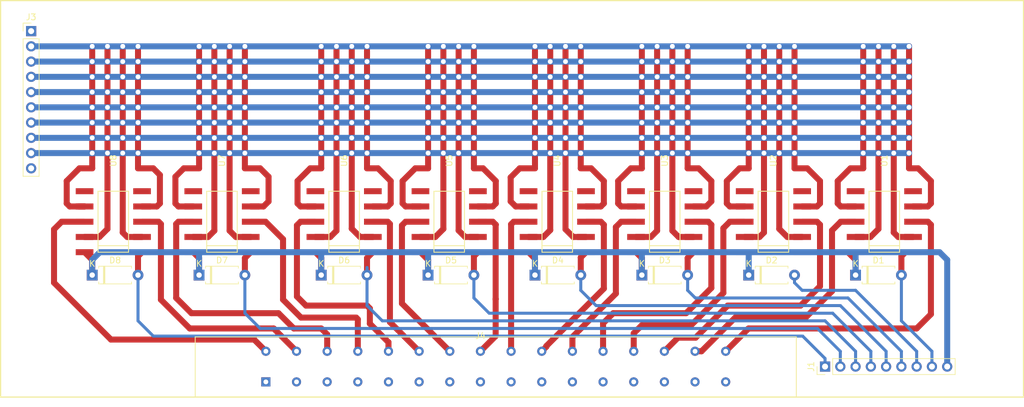
<source format=kicad_pcb>
(kicad_pcb (version 20171130) (host pcbnew 5.0.2-bee76a0~70~ubuntu16.04.1)

  (general
    (thickness 1.6)
    (drawings 4)
    (tracks 649)
    (zones 0)
    (modules 19)
    (nets 28)
  )

  (page A4)
  (layers
    (0 F.Cu signal)
    (31 B.Cu signal)
    (32 B.Adhes user)
    (33 F.Adhes user)
    (34 B.Paste user)
    (35 F.Paste user)
    (36 B.SilkS user)
    (37 F.SilkS user)
    (38 B.Mask user)
    (39 F.Mask user)
    (40 Dwgs.User user)
    (41 Cmts.User user)
    (42 Eco1.User user)
    (43 Eco2.User user)
    (44 Edge.Cuts user)
    (45 Margin user)
    (46 B.CrtYd user)
    (47 F.CrtYd user)
    (48 B.Fab user)
    (49 F.Fab user)
  )

  (setup
    (last_trace_width 1)
    (trace_clearance 1)
    (zone_clearance 0.508)
    (zone_45_only no)
    (trace_min 0.2)
    (segment_width 0.2)
    (edge_width 0.15)
    (via_size 1)
    (via_drill 0.8)
    (via_min_size 0.4)
    (via_min_drill 0.3)
    (uvia_size 0.3)
    (uvia_drill 0.1)
    (uvias_allowed no)
    (uvia_min_size 0.2)
    (uvia_min_drill 0.1)
    (pcb_text_width 0.3)
    (pcb_text_size 1.5 1.5)
    (mod_edge_width 0.15)
    (mod_text_size 1 1)
    (mod_text_width 0.15)
    (pad_size 1.524 1.524)
    (pad_drill 0.762)
    (pad_to_mask_clearance 0.051)
    (solder_mask_min_width 0.25)
    (aux_axis_origin 0 0)
    (visible_elements FFFFFF7F)
    (pcbplotparams
      (layerselection 0x010fc_ffffffff)
      (usegerberextensions false)
      (usegerberattributes false)
      (usegerberadvancedattributes false)
      (creategerberjobfile false)
      (excludeedgelayer true)
      (linewidth 0.100000)
      (plotframeref false)
      (viasonmask false)
      (mode 1)
      (useauxorigin false)
      (hpglpennumber 1)
      (hpglpenspeed 20)
      (hpglpendiameter 15.000000)
      (psnegative false)
      (psa4output false)
      (plotreference true)
      (plotvalue true)
      (plotinvisibletext false)
      (padsonsilk false)
      (subtractmaskfromsilk false)
      (outputformat 1)
      (mirror false)
      (drillshape 1)
      (scaleselection 1)
      (outputdirectory ""))
  )

  (net 0 "")
  (net 1 /relaysheet/Relais1)
  (net 2 +9V)
  (net 3 /relaysheet/Relais5)
  (net 4 /relaysheet/Relais2)
  (net 5 /relaysheet/Relais6)
  (net 6 /relaysheet/Relais3)
  (net 7 /relaysheet/Relais7)
  (net 8 /relaysheet/Relais4)
  (net 9 /relaysheet/Relais8)
  (net 10 GNDA)
  (net 11 /relaysheet/R1B_out)
  (net 12 /relaysheet/R1A_out)
  (net 13 /relaysheet/R1A_NC)
  (net 14 /relaysheet/R5B_out)
  (net 15 /relaysheet/R5A_out)
  (net 16 /relaysheet/R2B_out)
  (net 17 /relaysheet/R2A_out)
  (net 18 /relaysheet/R6A_out)
  (net 19 /relaysheet/R6B_out)
  (net 20 /relaysheet/R3A_out)
  (net 21 /relaysheet/R3B_out)
  (net 22 /relaysheet/R7B_out)
  (net 23 /relaysheet/R7A_out)
  (net 24 /relaysheet/R4A_out)
  (net 25 /relaysheet/R4B_out)
  (net 26 /relaysheet/R8A_out)
  (net 27 /relaysheet/R8B_out)

  (net_class Default "This is the default net class."
    (clearance 1)
    (trace_width 1)
    (via_dia 1)
    (via_drill 0.8)
    (uvia_dia 0.3)
    (uvia_drill 0.1)
    (add_net +9V)
    (add_net /relaysheet/R1A_NC)
    (add_net /relaysheet/R1A_out)
    (add_net /relaysheet/R1B_out)
    (add_net /relaysheet/R2A_out)
    (add_net /relaysheet/R2B_out)
    (add_net /relaysheet/R3A_out)
    (add_net /relaysheet/R3B_out)
    (add_net /relaysheet/R4A_out)
    (add_net /relaysheet/R4B_out)
    (add_net /relaysheet/R5A_out)
    (add_net /relaysheet/R5B_out)
    (add_net /relaysheet/R6A_out)
    (add_net /relaysheet/R6B_out)
    (add_net /relaysheet/R7A_out)
    (add_net /relaysheet/R7B_out)
    (add_net /relaysheet/R8A_out)
    (add_net /relaysheet/R8B_out)
    (add_net /relaysheet/Relais1)
    (add_net /relaysheet/Relais2)
    (add_net /relaysheet/Relais3)
    (add_net /relaysheet/Relais4)
    (add_net /relaysheet/Relais5)
    (add_net /relaysheet/Relais6)
    (add_net /relaysheet/Relais7)
    (add_net /relaysheet/Relais8)
    (add_net GNDA)
  )

  (module Connector_PinHeader_2.54mm:PinHeader_1x09_P2.54mm_Vertical (layer F.Cu) (tedit 59FED5CC) (tstamp 5CD2D653)
    (at 149.86 73.66 90)
    (descr "Through hole straight pin header, 1x09, 2.54mm pitch, single row")
    (tags "Through hole pin header THT 1x09 2.54mm single row")
    (path /5CD2A3B0)
    (fp_text reference J1 (at 0 -2.33 90) (layer F.SilkS)
      (effects (font (size 1 1) (thickness 0.15)))
    )
    (fp_text value Conn_01x09_Male (at 0 22.65 90) (layer F.Fab)
      (effects (font (size 1 1) (thickness 0.15)))
    )
    (fp_text user %R (at 0 10.16 180) (layer F.Fab)
      (effects (font (size 1 1) (thickness 0.15)))
    )
    (fp_line (start 1.8 -1.8) (end -1.8 -1.8) (layer F.CrtYd) (width 0.05))
    (fp_line (start 1.8 22.1) (end 1.8 -1.8) (layer F.CrtYd) (width 0.05))
    (fp_line (start -1.8 22.1) (end 1.8 22.1) (layer F.CrtYd) (width 0.05))
    (fp_line (start -1.8 -1.8) (end -1.8 22.1) (layer F.CrtYd) (width 0.05))
    (fp_line (start -1.33 -1.33) (end 0 -1.33) (layer F.SilkS) (width 0.12))
    (fp_line (start -1.33 0) (end -1.33 -1.33) (layer F.SilkS) (width 0.12))
    (fp_line (start -1.33 1.27) (end 1.33 1.27) (layer F.SilkS) (width 0.12))
    (fp_line (start 1.33 1.27) (end 1.33 21.65) (layer F.SilkS) (width 0.12))
    (fp_line (start -1.33 1.27) (end -1.33 21.65) (layer F.SilkS) (width 0.12))
    (fp_line (start -1.33 21.65) (end 1.33 21.65) (layer F.SilkS) (width 0.12))
    (fp_line (start -1.27 -0.635) (end -0.635 -1.27) (layer F.Fab) (width 0.1))
    (fp_line (start -1.27 21.59) (end -1.27 -0.635) (layer F.Fab) (width 0.1))
    (fp_line (start 1.27 21.59) (end -1.27 21.59) (layer F.Fab) (width 0.1))
    (fp_line (start 1.27 -1.27) (end 1.27 21.59) (layer F.Fab) (width 0.1))
    (fp_line (start -0.635 -1.27) (end 1.27 -1.27) (layer F.Fab) (width 0.1))
    (pad 9 thru_hole oval (at 0 20.32 90) (size 1.7 1.7) (drill 1) (layers *.Cu *.Mask)
      (net 2 +9V))
    (pad 8 thru_hole oval (at 0 17.78 90) (size 1.7 1.7) (drill 1) (layers *.Cu *.Mask)
      (net 1 /relaysheet/Relais1))
    (pad 7 thru_hole oval (at 0 15.24 90) (size 1.7 1.7) (drill 1) (layers *.Cu *.Mask)
      (net 4 /relaysheet/Relais2))
    (pad 6 thru_hole oval (at 0 12.7 90) (size 1.7 1.7) (drill 1) (layers *.Cu *.Mask)
      (net 6 /relaysheet/Relais3))
    (pad 5 thru_hole oval (at 0 10.16 90) (size 1.7 1.7) (drill 1) (layers *.Cu *.Mask)
      (net 8 /relaysheet/Relais4))
    (pad 4 thru_hole oval (at 0 7.62 90) (size 1.7 1.7) (drill 1) (layers *.Cu *.Mask)
      (net 3 /relaysheet/Relais5))
    (pad 3 thru_hole oval (at 0 5.08 90) (size 1.7 1.7) (drill 1) (layers *.Cu *.Mask)
      (net 5 /relaysheet/Relais6))
    (pad 2 thru_hole oval (at 0 2.54 90) (size 1.7 1.7) (drill 1) (layers *.Cu *.Mask)
      (net 7 /relaysheet/Relais7))
    (pad 1 thru_hole rect (at 0 0 90) (size 1.7 1.7) (drill 1) (layers *.Cu *.Mask)
      (net 9 /relaysheet/Relais8))
    (model ${KISYS3DMOD}/Connector_PinHeader_2.54mm.3dshapes/PinHeader_1x09_P2.54mm_Vertical.wrl
      (at (xyz 0 0 0))
      (scale (xyz 1 1 1))
      (rotate (xyz 0 0 0))
    )
  )

  (module footprints:NEC-EB2-12NU (layer F.Cu) (tedit 5CD1A950) (tstamp 5CD2D6D0)
    (at 159.72 49.53 90)
    (path /5CD2BD35/5CD2D6AA)
    (fp_text reference U1 (at 10.16 0 90) (layer F.SilkS)
      (effects (font (size 1 1) (thickness 0.15)))
    )
    (fp_text value NEC-EB2-12NU (at 0 0 90) (layer F.Fab)
      (effects (font (size 1 1) (thickness 0.15)))
    )
    (fp_line (start -7.15 -4.65) (end 7.15 -4.65) (layer F.Fab) (width 0.15))
    (fp_line (start 7.15 -4.65) (end 7.15 4.65) (layer F.Fab) (width 0.15))
    (fp_line (start 7.15 4.65) (end -7.15 4.65) (layer F.Fab) (width 0.15))
    (fp_line (start -7.15 4.65) (end -7.15 -4.65) (layer F.Fab) (width 0.15))
    (fp_line (start -6 -4.65) (end -6 4.65) (layer F.Fab) (width 0.15))
    (fp_line (start -5.08 -2.54) (end 5.08 -2.54) (layer F.SilkS) (width 0.15))
    (fp_line (start 5.08 -2.54) (end 5.08 2.54) (layer F.SilkS) (width 0.15))
    (fp_line (start 5.08 2.54) (end -5.08 2.54) (layer F.SilkS) (width 0.15))
    (fp_line (start -5.08 2.54) (end -5.08 -2.54) (layer F.SilkS) (width 0.15))
    (fp_line (start -4 -2.54) (end -4 2.54) (layer F.SilkS) (width 0.15))
    (pad 1 smd rect (at -5.08 -4.78 90) (size 1 2.94) (layers F.Cu F.Paste F.Mask)
      (net 2 +9V))
    (pad 2 smd rect (at -2.54 -4.78 90) (size 1 2.94) (layers F.Cu F.Paste F.Mask)
      (net 13 /relaysheet/R1A_NC))
    (pad 3 smd rect (at 0 -4.78 90) (size 1 2.94) (layers F.Cu F.Paste F.Mask)
      (net 12 /relaysheet/R1A_out))
    (pad 4 smd rect (at 2.54 -4.78 90) (size 1 2.94) (layers F.Cu F.Paste F.Mask)
      (net 13 /relaysheet/R1A_NC))
    (pad 5 smd rect (at 5.08 -4.78 90) (size 1 2.94) (layers F.Cu F.Paste F.Mask))
    (pad 6 smd rect (at 5.08 4.78 90) (size 1 2.94) (layers F.Cu F.Paste F.Mask))
    (pad 7 smd rect (at 2.54 4.78 90) (size 1 2.94) (layers F.Cu F.Paste F.Mask)
      (net 13 /relaysheet/R1A_NC))
    (pad 8 smd rect (at 0 4.78 90) (size 1 2.94) (layers F.Cu F.Paste F.Mask)
      (net 11 /relaysheet/R1B_out))
    (pad 9 smd rect (at -2.54 4.78 90) (size 1 2.94) (layers F.Cu F.Paste F.Mask)
      (net 13 /relaysheet/R1A_NC))
    (pad 10 smd rect (at -5.08 4.78 90) (size 1 2.94) (layers F.Cu F.Paste F.Mask)
      (net 1 /relaysheet/Relais1))
  )

  (module footprints:NEC-EB2-12NU (layer F.Cu) (tedit 5CD1A950) (tstamp 5CD2F79B)
    (at 141.27 49.53 90)
    (path /5CD2BD35/5CD30362)
    (fp_text reference U2 (at 10.16 0 90) (layer F.SilkS)
      (effects (font (size 1 1) (thickness 0.15)))
    )
    (fp_text value NEC-EB2-12NU (at 0 0 90) (layer F.Fab)
      (effects (font (size 1 1) (thickness 0.15)))
    )
    (fp_line (start -7.15 -4.65) (end 7.15 -4.65) (layer F.Fab) (width 0.15))
    (fp_line (start 7.15 -4.65) (end 7.15 4.65) (layer F.Fab) (width 0.15))
    (fp_line (start 7.15 4.65) (end -7.15 4.65) (layer F.Fab) (width 0.15))
    (fp_line (start -7.15 4.65) (end -7.15 -4.65) (layer F.Fab) (width 0.15))
    (fp_line (start -6 -4.65) (end -6 4.65) (layer F.Fab) (width 0.15))
    (fp_line (start -5.08 -2.54) (end 5.08 -2.54) (layer F.SilkS) (width 0.15))
    (fp_line (start 5.08 -2.54) (end 5.08 2.54) (layer F.SilkS) (width 0.15))
    (fp_line (start 5.08 2.54) (end -5.08 2.54) (layer F.SilkS) (width 0.15))
    (fp_line (start -5.08 2.54) (end -5.08 -2.54) (layer F.SilkS) (width 0.15))
    (fp_line (start -4 -2.54) (end -4 2.54) (layer F.SilkS) (width 0.15))
    (pad 1 smd rect (at -5.08 -4.78 90) (size 1 2.94) (layers F.Cu F.Paste F.Mask)
      (net 2 +9V))
    (pad 2 smd rect (at -2.54 -4.78 90) (size 1 2.94) (layers F.Cu F.Paste F.Mask)
      (net 13 /relaysheet/R1A_NC))
    (pad 3 smd rect (at 0 -4.78 90) (size 1 2.94) (layers F.Cu F.Paste F.Mask)
      (net 17 /relaysheet/R2A_out))
    (pad 4 smd rect (at 2.54 -4.78 90) (size 1 2.94) (layers F.Cu F.Paste F.Mask)
      (net 13 /relaysheet/R1A_NC))
    (pad 5 smd rect (at 5.08 -4.78 90) (size 1 2.94) (layers F.Cu F.Paste F.Mask))
    (pad 6 smd rect (at 5.08 4.78 90) (size 1 2.94) (layers F.Cu F.Paste F.Mask))
    (pad 7 smd rect (at 2.54 4.78 90) (size 1 2.94) (layers F.Cu F.Paste F.Mask)
      (net 13 /relaysheet/R1A_NC))
    (pad 8 smd rect (at 0 4.78 90) (size 1 2.94) (layers F.Cu F.Paste F.Mask)
      (net 16 /relaysheet/R2B_out))
    (pad 9 smd rect (at -2.54 4.78 90) (size 1 2.94) (layers F.Cu F.Paste F.Mask)
      (net 13 /relaysheet/R1A_NC))
    (pad 10 smd rect (at -5.08 4.78 90) (size 1 2.94) (layers F.Cu F.Paste F.Mask)
      (net 4 /relaysheet/Relais2))
  )

  (module footprints:NEC-EB2-12NU (layer F.Cu) (tedit 5CD1A950) (tstamp 5CD2D700)
    (at 123.19 49.53 90)
    (path /5CD2BD35/5CD316D2)
    (fp_text reference U3 (at 10.16 0 90) (layer F.SilkS)
      (effects (font (size 1 1) (thickness 0.15)))
    )
    (fp_text value NEC-EB2-12NU (at 0 0 90) (layer F.Fab)
      (effects (font (size 1 1) (thickness 0.15)))
    )
    (fp_line (start -7.15 -4.65) (end 7.15 -4.65) (layer F.Fab) (width 0.15))
    (fp_line (start 7.15 -4.65) (end 7.15 4.65) (layer F.Fab) (width 0.15))
    (fp_line (start 7.15 4.65) (end -7.15 4.65) (layer F.Fab) (width 0.15))
    (fp_line (start -7.15 4.65) (end -7.15 -4.65) (layer F.Fab) (width 0.15))
    (fp_line (start -6 -4.65) (end -6 4.65) (layer F.Fab) (width 0.15))
    (fp_line (start -5.08 -2.54) (end 5.08 -2.54) (layer F.SilkS) (width 0.15))
    (fp_line (start 5.08 -2.54) (end 5.08 2.54) (layer F.SilkS) (width 0.15))
    (fp_line (start 5.08 2.54) (end -5.08 2.54) (layer F.SilkS) (width 0.15))
    (fp_line (start -5.08 2.54) (end -5.08 -2.54) (layer F.SilkS) (width 0.15))
    (fp_line (start -4 -2.54) (end -4 2.54) (layer F.SilkS) (width 0.15))
    (pad 1 smd rect (at -5.08 -4.78 90) (size 1 2.94) (layers F.Cu F.Paste F.Mask)
      (net 2 +9V))
    (pad 2 smd rect (at -2.54 -4.78 90) (size 1 2.94) (layers F.Cu F.Paste F.Mask)
      (net 13 /relaysheet/R1A_NC))
    (pad 3 smd rect (at 0 -4.78 90) (size 1 2.94) (layers F.Cu F.Paste F.Mask)
      (net 20 /relaysheet/R3A_out))
    (pad 4 smd rect (at 2.54 -4.78 90) (size 1 2.94) (layers F.Cu F.Paste F.Mask)
      (net 13 /relaysheet/R1A_NC))
    (pad 5 smd rect (at 5.08 -4.78 90) (size 1 2.94) (layers F.Cu F.Paste F.Mask))
    (pad 6 smd rect (at 5.08 4.78 90) (size 1 2.94) (layers F.Cu F.Paste F.Mask))
    (pad 7 smd rect (at 2.54 4.78 90) (size 1 2.94) (layers F.Cu F.Paste F.Mask)
      (net 13 /relaysheet/R1A_NC))
    (pad 8 smd rect (at 0 4.78 90) (size 1 2.94) (layers F.Cu F.Paste F.Mask)
      (net 21 /relaysheet/R3B_out))
    (pad 9 smd rect (at -2.54 4.78 90) (size 1 2.94) (layers F.Cu F.Paste F.Mask)
      (net 13 /relaysheet/R1A_NC))
    (pad 10 smd rect (at -5.08 4.78 90) (size 1 2.94) (layers F.Cu F.Paste F.Mask)
      (net 6 /relaysheet/Relais3))
  )

  (module footprints:NEC-EB2-12NU (layer F.Cu) (tedit 5CD1A950) (tstamp 5CD30B02)
    (at 105.31 49.53 90)
    (path /5CD2BD35/5CD31724)
    (fp_text reference U4 (at 10.16 0 90) (layer F.SilkS)
      (effects (font (size 1 1) (thickness 0.15)))
    )
    (fp_text value NEC-EB2-12NU (at 0 0 90) (layer F.Fab)
      (effects (font (size 1 1) (thickness 0.15)))
    )
    (fp_line (start -4 -2.54) (end -4 2.54) (layer F.SilkS) (width 0.15))
    (fp_line (start -5.08 2.54) (end -5.08 -2.54) (layer F.SilkS) (width 0.15))
    (fp_line (start 5.08 2.54) (end -5.08 2.54) (layer F.SilkS) (width 0.15))
    (fp_line (start 5.08 -2.54) (end 5.08 2.54) (layer F.SilkS) (width 0.15))
    (fp_line (start -5.08 -2.54) (end 5.08 -2.54) (layer F.SilkS) (width 0.15))
    (fp_line (start -6 -4.65) (end -6 4.65) (layer F.Fab) (width 0.15))
    (fp_line (start -7.15 4.65) (end -7.15 -4.65) (layer F.Fab) (width 0.15))
    (fp_line (start 7.15 4.65) (end -7.15 4.65) (layer F.Fab) (width 0.15))
    (fp_line (start 7.15 -4.65) (end 7.15 4.65) (layer F.Fab) (width 0.15))
    (fp_line (start -7.15 -4.65) (end 7.15 -4.65) (layer F.Fab) (width 0.15))
    (pad 10 smd rect (at -5.08 4.78 90) (size 1 2.94) (layers F.Cu F.Paste F.Mask)
      (net 8 /relaysheet/Relais4))
    (pad 9 smd rect (at -2.54 4.78 90) (size 1 2.94) (layers F.Cu F.Paste F.Mask)
      (net 13 /relaysheet/R1A_NC))
    (pad 8 smd rect (at 0 4.78 90) (size 1 2.94) (layers F.Cu F.Paste F.Mask)
      (net 25 /relaysheet/R4B_out))
    (pad 7 smd rect (at 2.54 4.78 90) (size 1 2.94) (layers F.Cu F.Paste F.Mask)
      (net 13 /relaysheet/R1A_NC))
    (pad 6 smd rect (at 5.08 4.78 90) (size 1 2.94) (layers F.Cu F.Paste F.Mask))
    (pad 5 smd rect (at 5.08 -4.78 90) (size 1 2.94) (layers F.Cu F.Paste F.Mask))
    (pad 4 smd rect (at 2.54 -4.78 90) (size 1 2.94) (layers F.Cu F.Paste F.Mask)
      (net 13 /relaysheet/R1A_NC))
    (pad 3 smd rect (at 0 -4.78 90) (size 1 2.94) (layers F.Cu F.Paste F.Mask)
      (net 24 /relaysheet/R4A_out))
    (pad 2 smd rect (at -2.54 -4.78 90) (size 1 2.94) (layers F.Cu F.Paste F.Mask)
      (net 13 /relaysheet/R1A_NC))
    (pad 1 smd rect (at -5.08 -4.78 90) (size 1 2.94) (layers F.Cu F.Paste F.Mask)
      (net 2 +9V))
  )

  (module footprints:NEC-EB2-12NU (layer F.Cu) (tedit 5CD1A950) (tstamp 5CD2D730)
    (at 87.33 49.53 90)
    (path /5CD2BD35/5CD2FCCA)
    (fp_text reference U5 (at 10.16 0 90) (layer F.SilkS)
      (effects (font (size 1 1) (thickness 0.15)))
    )
    (fp_text value NEC-EB2-12NU (at 0 0 90) (layer F.Fab)
      (effects (font (size 1 1) (thickness 0.15)))
    )
    (fp_line (start -4 -2.54) (end -4 2.54) (layer F.SilkS) (width 0.15))
    (fp_line (start -5.08 2.54) (end -5.08 -2.54) (layer F.SilkS) (width 0.15))
    (fp_line (start 5.08 2.54) (end -5.08 2.54) (layer F.SilkS) (width 0.15))
    (fp_line (start 5.08 -2.54) (end 5.08 2.54) (layer F.SilkS) (width 0.15))
    (fp_line (start -5.08 -2.54) (end 5.08 -2.54) (layer F.SilkS) (width 0.15))
    (fp_line (start -6 -4.65) (end -6 4.65) (layer F.Fab) (width 0.15))
    (fp_line (start -7.15 4.65) (end -7.15 -4.65) (layer F.Fab) (width 0.15))
    (fp_line (start 7.15 4.65) (end -7.15 4.65) (layer F.Fab) (width 0.15))
    (fp_line (start 7.15 -4.65) (end 7.15 4.65) (layer F.Fab) (width 0.15))
    (fp_line (start -7.15 -4.65) (end 7.15 -4.65) (layer F.Fab) (width 0.15))
    (pad 10 smd rect (at -5.08 4.78 90) (size 1 2.94) (layers F.Cu F.Paste F.Mask)
      (net 3 /relaysheet/Relais5))
    (pad 9 smd rect (at -2.54 4.78 90) (size 1 2.94) (layers F.Cu F.Paste F.Mask)
      (net 13 /relaysheet/R1A_NC))
    (pad 8 smd rect (at 0 4.78 90) (size 1 2.94) (layers F.Cu F.Paste F.Mask)
      (net 14 /relaysheet/R5B_out))
    (pad 7 smd rect (at 2.54 4.78 90) (size 1 2.94) (layers F.Cu F.Paste F.Mask)
      (net 13 /relaysheet/R1A_NC))
    (pad 6 smd rect (at 5.08 4.78 90) (size 1 2.94) (layers F.Cu F.Paste F.Mask))
    (pad 5 smd rect (at 5.08 -4.78 90) (size 1 2.94) (layers F.Cu F.Paste F.Mask))
    (pad 4 smd rect (at 2.54 -4.78 90) (size 1 2.94) (layers F.Cu F.Paste F.Mask)
      (net 13 /relaysheet/R1A_NC))
    (pad 3 smd rect (at 0 -4.78 90) (size 1 2.94) (layers F.Cu F.Paste F.Mask)
      (net 15 /relaysheet/R5A_out))
    (pad 2 smd rect (at -2.54 -4.78 90) (size 1 2.94) (layers F.Cu F.Paste F.Mask)
      (net 13 /relaysheet/R1A_NC))
    (pad 1 smd rect (at -5.08 -4.78 90) (size 1 2.94) (layers F.Cu F.Paste F.Mask)
      (net 2 +9V))
  )

  (module footprints:NEC-EB2-12NU (layer F.Cu) (tedit 5CD1A950) (tstamp 5CD2D748)
    (at 69.85 49.53 90)
    (path /5CD2BD35/5CD3038B)
    (fp_text reference U6 (at 10.16 0 90) (layer F.SilkS)
      (effects (font (size 1 1) (thickness 0.15)))
    )
    (fp_text value NEC-EB2-12NU (at 0 0 90) (layer F.Fab)
      (effects (font (size 1 1) (thickness 0.15)))
    )
    (fp_line (start -4 -2.54) (end -4 2.54) (layer F.SilkS) (width 0.15))
    (fp_line (start -5.08 2.54) (end -5.08 -2.54) (layer F.SilkS) (width 0.15))
    (fp_line (start 5.08 2.54) (end -5.08 2.54) (layer F.SilkS) (width 0.15))
    (fp_line (start 5.08 -2.54) (end 5.08 2.54) (layer F.SilkS) (width 0.15))
    (fp_line (start -5.08 -2.54) (end 5.08 -2.54) (layer F.SilkS) (width 0.15))
    (fp_line (start -6 -4.65) (end -6 4.65) (layer F.Fab) (width 0.15))
    (fp_line (start -7.15 4.65) (end -7.15 -4.65) (layer F.Fab) (width 0.15))
    (fp_line (start 7.15 4.65) (end -7.15 4.65) (layer F.Fab) (width 0.15))
    (fp_line (start 7.15 -4.65) (end 7.15 4.65) (layer F.Fab) (width 0.15))
    (fp_line (start -7.15 -4.65) (end 7.15 -4.65) (layer F.Fab) (width 0.15))
    (pad 10 smd rect (at -5.08 4.78 90) (size 1 2.94) (layers F.Cu F.Paste F.Mask)
      (net 5 /relaysheet/Relais6))
    (pad 9 smd rect (at -2.54 4.78 90) (size 1 2.94) (layers F.Cu F.Paste F.Mask)
      (net 13 /relaysheet/R1A_NC))
    (pad 8 smd rect (at 0 4.78 90) (size 1 2.94) (layers F.Cu F.Paste F.Mask)
      (net 19 /relaysheet/R6B_out))
    (pad 7 smd rect (at 2.54 4.78 90) (size 1 2.94) (layers F.Cu F.Paste F.Mask)
      (net 13 /relaysheet/R1A_NC))
    (pad 6 smd rect (at 5.08 4.78 90) (size 1 2.94) (layers F.Cu F.Paste F.Mask))
    (pad 5 smd rect (at 5.08 -4.78 90) (size 1 2.94) (layers F.Cu F.Paste F.Mask))
    (pad 4 smd rect (at 2.54 -4.78 90) (size 1 2.94) (layers F.Cu F.Paste F.Mask)
      (net 13 /relaysheet/R1A_NC))
    (pad 3 smd rect (at 0 -4.78 90) (size 1 2.94) (layers F.Cu F.Paste F.Mask)
      (net 18 /relaysheet/R6A_out))
    (pad 2 smd rect (at -2.54 -4.78 90) (size 1 2.94) (layers F.Cu F.Paste F.Mask)
      (net 13 /relaysheet/R1A_NC))
    (pad 1 smd rect (at -5.08 -4.78 90) (size 1 2.94) (layers F.Cu F.Paste F.Mask)
      (net 2 +9V))
  )

  (module footprints:NEC-EB2-12NU (layer F.Cu) (tedit 5CD1A950) (tstamp 5CD2DE4A)
    (at 49.53 49.53 90)
    (path /5CD2BD35/5CD316FB)
    (fp_text reference U7 (at 10.16 0 90) (layer F.SilkS)
      (effects (font (size 1 1) (thickness 0.15)))
    )
    (fp_text value NEC-EB2-12NU (at 0 0 90) (layer F.Fab)
      (effects (font (size 1 1) (thickness 0.15)))
    )
    (fp_line (start -4 -2.54) (end -4 2.54) (layer F.SilkS) (width 0.15))
    (fp_line (start -5.08 2.54) (end -5.08 -2.54) (layer F.SilkS) (width 0.15))
    (fp_line (start 5.08 2.54) (end -5.08 2.54) (layer F.SilkS) (width 0.15))
    (fp_line (start 5.08 -2.54) (end 5.08 2.54) (layer F.SilkS) (width 0.15))
    (fp_line (start -5.08 -2.54) (end 5.08 -2.54) (layer F.SilkS) (width 0.15))
    (fp_line (start -6 -4.65) (end -6 4.65) (layer F.Fab) (width 0.15))
    (fp_line (start -7.15 4.65) (end -7.15 -4.65) (layer F.Fab) (width 0.15))
    (fp_line (start 7.15 4.65) (end -7.15 4.65) (layer F.Fab) (width 0.15))
    (fp_line (start 7.15 -4.65) (end 7.15 4.65) (layer F.Fab) (width 0.15))
    (fp_line (start -7.15 -4.65) (end 7.15 -4.65) (layer F.Fab) (width 0.15))
    (pad 10 smd rect (at -5.08 4.78 90) (size 1 2.94) (layers F.Cu F.Paste F.Mask)
      (net 7 /relaysheet/Relais7))
    (pad 9 smd rect (at -2.54 4.78 90) (size 1 2.94) (layers F.Cu F.Paste F.Mask)
      (net 13 /relaysheet/R1A_NC))
    (pad 8 smd rect (at 0 4.78 90) (size 1 2.94) (layers F.Cu F.Paste F.Mask)
      (net 22 /relaysheet/R7B_out))
    (pad 7 smd rect (at 2.54 4.78 90) (size 1 2.94) (layers F.Cu F.Paste F.Mask)
      (net 13 /relaysheet/R1A_NC))
    (pad 6 smd rect (at 5.08 4.78 90) (size 1 2.94) (layers F.Cu F.Paste F.Mask))
    (pad 5 smd rect (at 5.08 -4.78 90) (size 1 2.94) (layers F.Cu F.Paste F.Mask))
    (pad 4 smd rect (at 2.54 -4.78 90) (size 1 2.94) (layers F.Cu F.Paste F.Mask)
      (net 13 /relaysheet/R1A_NC))
    (pad 3 smd rect (at 0 -4.78 90) (size 1 2.94) (layers F.Cu F.Paste F.Mask)
      (net 23 /relaysheet/R7A_out))
    (pad 2 smd rect (at -2.54 -4.78 90) (size 1 2.94) (layers F.Cu F.Paste F.Mask)
      (net 13 /relaysheet/R1A_NC))
    (pad 1 smd rect (at -5.08 -4.78 90) (size 1 2.94) (layers F.Cu F.Paste F.Mask)
      (net 2 +9V))
  )

  (module footprints:NEC-EB2-12NU (layer F.Cu) (tedit 5CD1A950) (tstamp 5CD30EC6)
    (at 31.45 49.53 90)
    (path /5CD2BD35/5CD3174D)
    (fp_text reference U8 (at 10.16 0 90) (layer F.SilkS)
      (effects (font (size 1 1) (thickness 0.15)))
    )
    (fp_text value NEC-EB2-12NU (at 0 0 90) (layer F.Fab)
      (effects (font (size 1 1) (thickness 0.15)))
    )
    (fp_line (start -4 -2.54) (end -4 2.54) (layer F.SilkS) (width 0.15))
    (fp_line (start -5.08 2.54) (end -5.08 -2.54) (layer F.SilkS) (width 0.15))
    (fp_line (start 5.08 2.54) (end -5.08 2.54) (layer F.SilkS) (width 0.15))
    (fp_line (start 5.08 -2.54) (end 5.08 2.54) (layer F.SilkS) (width 0.15))
    (fp_line (start -5.08 -2.54) (end 5.08 -2.54) (layer F.SilkS) (width 0.15))
    (fp_line (start -6 -4.65) (end -6 4.65) (layer F.Fab) (width 0.15))
    (fp_line (start -7.15 4.65) (end -7.15 -4.65) (layer F.Fab) (width 0.15))
    (fp_line (start 7.15 4.65) (end -7.15 4.65) (layer F.Fab) (width 0.15))
    (fp_line (start 7.15 -4.65) (end 7.15 4.65) (layer F.Fab) (width 0.15))
    (fp_line (start -7.15 -4.65) (end 7.15 -4.65) (layer F.Fab) (width 0.15))
    (pad 10 smd rect (at -5.08 4.78 90) (size 1 2.94) (layers F.Cu F.Paste F.Mask)
      (net 9 /relaysheet/Relais8))
    (pad 9 smd rect (at -2.54 4.78 90) (size 1 2.94) (layers F.Cu F.Paste F.Mask)
      (net 13 /relaysheet/R1A_NC))
    (pad 8 smd rect (at 0 4.78 90) (size 1 2.94) (layers F.Cu F.Paste F.Mask)
      (net 27 /relaysheet/R8B_out))
    (pad 7 smd rect (at 2.54 4.78 90) (size 1 2.94) (layers F.Cu F.Paste F.Mask)
      (net 13 /relaysheet/R1A_NC))
    (pad 6 smd rect (at 5.08 4.78 90) (size 1 2.94) (layers F.Cu F.Paste F.Mask))
    (pad 5 smd rect (at 5.08 -4.78 90) (size 1 2.94) (layers F.Cu F.Paste F.Mask))
    (pad 4 smd rect (at 2.54 -4.78 90) (size 1 2.94) (layers F.Cu F.Paste F.Mask)
      (net 13 /relaysheet/R1A_NC))
    (pad 3 smd rect (at 0 -4.78 90) (size 1 2.94) (layers F.Cu F.Paste F.Mask)
      (net 26 /relaysheet/R8A_out))
    (pad 2 smd rect (at -2.54 -4.78 90) (size 1 2.94) (layers F.Cu F.Paste F.Mask)
      (net 13 /relaysheet/R1A_NC))
    (pad 1 smd rect (at -5.08 -4.78 90) (size 1 2.94) (layers F.Cu F.Paste F.Mask)
      (net 2 +9V))
  )

  (module Diode_THT:D_A-405_P7.62mm_Horizontal (layer F.Cu) (tedit 5AE50CD5) (tstamp 5CD2F417)
    (at 154.94 58.42)
    (descr "Diode, A-405 series, Axial, Horizontal, pin pitch=7.62mm, , length*diameter=5.2*2.7mm^2, , http://www.diodes.com/_files/packages/A-405.pdf")
    (tags "Diode A-405 series Axial Horizontal pin pitch 7.62mm  length 5.2mm diameter 2.7mm")
    (path /5CD2BD35/5CD2E7CE)
    (fp_text reference D1 (at 3.81 -2.47) (layer F.SilkS)
      (effects (font (size 1 1) (thickness 0.15)))
    )
    (fp_text value D (at 3.81 2.47) (layer F.Fab)
      (effects (font (size 1 1) (thickness 0.15)))
    )
    (fp_line (start 1.21 -1.35) (end 1.21 1.35) (layer F.Fab) (width 0.1))
    (fp_line (start 1.21 1.35) (end 6.41 1.35) (layer F.Fab) (width 0.1))
    (fp_line (start 6.41 1.35) (end 6.41 -1.35) (layer F.Fab) (width 0.1))
    (fp_line (start 6.41 -1.35) (end 1.21 -1.35) (layer F.Fab) (width 0.1))
    (fp_line (start 0 0) (end 1.21 0) (layer F.Fab) (width 0.1))
    (fp_line (start 7.62 0) (end 6.41 0) (layer F.Fab) (width 0.1))
    (fp_line (start 1.99 -1.35) (end 1.99 1.35) (layer F.Fab) (width 0.1))
    (fp_line (start 2.09 -1.35) (end 2.09 1.35) (layer F.Fab) (width 0.1))
    (fp_line (start 1.89 -1.35) (end 1.89 1.35) (layer F.Fab) (width 0.1))
    (fp_line (start 1.09 -1.14) (end 1.09 -1.47) (layer F.SilkS) (width 0.12))
    (fp_line (start 1.09 -1.47) (end 6.53 -1.47) (layer F.SilkS) (width 0.12))
    (fp_line (start 6.53 -1.47) (end 6.53 -1.14) (layer F.SilkS) (width 0.12))
    (fp_line (start 1.09 1.14) (end 1.09 1.47) (layer F.SilkS) (width 0.12))
    (fp_line (start 1.09 1.47) (end 6.53 1.47) (layer F.SilkS) (width 0.12))
    (fp_line (start 6.53 1.47) (end 6.53 1.14) (layer F.SilkS) (width 0.12))
    (fp_line (start 1.99 -1.47) (end 1.99 1.47) (layer F.SilkS) (width 0.12))
    (fp_line (start 2.11 -1.47) (end 2.11 1.47) (layer F.SilkS) (width 0.12))
    (fp_line (start 1.87 -1.47) (end 1.87 1.47) (layer F.SilkS) (width 0.12))
    (fp_line (start -1.15 -1.6) (end -1.15 1.6) (layer F.CrtYd) (width 0.05))
    (fp_line (start -1.15 1.6) (end 8.77 1.6) (layer F.CrtYd) (width 0.05))
    (fp_line (start 8.77 1.6) (end 8.77 -1.6) (layer F.CrtYd) (width 0.05))
    (fp_line (start 8.77 -1.6) (end -1.15 -1.6) (layer F.CrtYd) (width 0.05))
    (fp_text user %R (at 4.2 0) (layer F.Fab)
      (effects (font (size 1 1) (thickness 0.15)))
    )
    (fp_text user K (at 0 -1.9) (layer F.Fab)
      (effects (font (size 1 1) (thickness 0.15)))
    )
    (fp_text user K (at 0 -1.9) (layer F.SilkS)
      (effects (font (size 1 1) (thickness 0.15)))
    )
    (pad 1 thru_hole rect (at 0 0) (size 1.8 1.8) (drill 0.9) (layers *.Cu *.Mask)
      (net 2 +9V))
    (pad 2 thru_hole oval (at 7.62 0) (size 1.8 1.8) (drill 0.9) (layers *.Cu *.Mask)
      (net 1 /relaysheet/Relais1))
    (model ${KISYS3DMOD}/Diode_THT.3dshapes/D_A-405_P7.62mm_Horizontal.wrl
      (at (xyz 0 0 0))
      (scale (xyz 1 1 1))
      (rotate (xyz 0 0 0))
    )
  )

  (module Diode_THT:D_A-405_P7.62mm_Horizontal (layer F.Cu) (tedit 5AE50CD5) (tstamp 5CD2F435)
    (at 137.16 58.42)
    (descr "Diode, A-405 series, Axial, Horizontal, pin pitch=7.62mm, , length*diameter=5.2*2.7mm^2, , http://www.diodes.com/_files/packages/A-405.pdf")
    (tags "Diode A-405 series Axial Horizontal pin pitch 7.62mm  length 5.2mm diameter 2.7mm")
    (path /5CD2BD35/5CD3037D)
    (fp_text reference D2 (at 3.81 -2.47) (layer F.SilkS)
      (effects (font (size 1 1) (thickness 0.15)))
    )
    (fp_text value D (at 3.81 2.47) (layer F.Fab)
      (effects (font (size 1 1) (thickness 0.15)))
    )
    (fp_text user K (at 0 -1.9) (layer F.SilkS)
      (effects (font (size 1 1) (thickness 0.15)))
    )
    (fp_text user K (at 0 -1.9) (layer F.Fab)
      (effects (font (size 1 1) (thickness 0.15)))
    )
    (fp_text user %R (at 4.2 0) (layer F.Fab)
      (effects (font (size 1 1) (thickness 0.15)))
    )
    (fp_line (start 8.77 -1.6) (end -1.15 -1.6) (layer F.CrtYd) (width 0.05))
    (fp_line (start 8.77 1.6) (end 8.77 -1.6) (layer F.CrtYd) (width 0.05))
    (fp_line (start -1.15 1.6) (end 8.77 1.6) (layer F.CrtYd) (width 0.05))
    (fp_line (start -1.15 -1.6) (end -1.15 1.6) (layer F.CrtYd) (width 0.05))
    (fp_line (start 1.87 -1.47) (end 1.87 1.47) (layer F.SilkS) (width 0.12))
    (fp_line (start 2.11 -1.47) (end 2.11 1.47) (layer F.SilkS) (width 0.12))
    (fp_line (start 1.99 -1.47) (end 1.99 1.47) (layer F.SilkS) (width 0.12))
    (fp_line (start 6.53 1.47) (end 6.53 1.14) (layer F.SilkS) (width 0.12))
    (fp_line (start 1.09 1.47) (end 6.53 1.47) (layer F.SilkS) (width 0.12))
    (fp_line (start 1.09 1.14) (end 1.09 1.47) (layer F.SilkS) (width 0.12))
    (fp_line (start 6.53 -1.47) (end 6.53 -1.14) (layer F.SilkS) (width 0.12))
    (fp_line (start 1.09 -1.47) (end 6.53 -1.47) (layer F.SilkS) (width 0.12))
    (fp_line (start 1.09 -1.14) (end 1.09 -1.47) (layer F.SilkS) (width 0.12))
    (fp_line (start 1.89 -1.35) (end 1.89 1.35) (layer F.Fab) (width 0.1))
    (fp_line (start 2.09 -1.35) (end 2.09 1.35) (layer F.Fab) (width 0.1))
    (fp_line (start 1.99 -1.35) (end 1.99 1.35) (layer F.Fab) (width 0.1))
    (fp_line (start 7.62 0) (end 6.41 0) (layer F.Fab) (width 0.1))
    (fp_line (start 0 0) (end 1.21 0) (layer F.Fab) (width 0.1))
    (fp_line (start 6.41 -1.35) (end 1.21 -1.35) (layer F.Fab) (width 0.1))
    (fp_line (start 6.41 1.35) (end 6.41 -1.35) (layer F.Fab) (width 0.1))
    (fp_line (start 1.21 1.35) (end 6.41 1.35) (layer F.Fab) (width 0.1))
    (fp_line (start 1.21 -1.35) (end 1.21 1.35) (layer F.Fab) (width 0.1))
    (pad 2 thru_hole oval (at 7.62 0) (size 1.8 1.8) (drill 0.9) (layers *.Cu *.Mask)
      (net 4 /relaysheet/Relais2))
    (pad 1 thru_hole rect (at 0 0) (size 1.8 1.8) (drill 0.9) (layers *.Cu *.Mask)
      (net 2 +9V))
    (model ${KISYS3DMOD}/Diode_THT.3dshapes/D_A-405_P7.62mm_Horizontal.wrl
      (at (xyz 0 0 0))
      (scale (xyz 1 1 1))
      (rotate (xyz 0 0 0))
    )
  )

  (module Diode_THT:D_A-405_P7.62mm_Horizontal (layer F.Cu) (tedit 5AE50CD5) (tstamp 5CD2F453)
    (at 119.38 58.42)
    (descr "Diode, A-405 series, Axial, Horizontal, pin pitch=7.62mm, , length*diameter=5.2*2.7mm^2, , http://www.diodes.com/_files/packages/A-405.pdf")
    (tags "Diode A-405 series Axial Horizontal pin pitch 7.62mm  length 5.2mm diameter 2.7mm")
    (path /5CD2BD35/5CD316ED)
    (fp_text reference D3 (at 3.81 -2.47) (layer F.SilkS)
      (effects (font (size 1 1) (thickness 0.15)))
    )
    (fp_text value D (at 3.81 2.47) (layer F.Fab)
      (effects (font (size 1 1) (thickness 0.15)))
    )
    (fp_text user K (at 0 -1.9) (layer F.SilkS)
      (effects (font (size 1 1) (thickness 0.15)))
    )
    (fp_text user K (at 0 -1.9) (layer F.Fab)
      (effects (font (size 1 1) (thickness 0.15)))
    )
    (fp_text user %R (at 4.2 0) (layer F.Fab)
      (effects (font (size 1 1) (thickness 0.15)))
    )
    (fp_line (start 8.77 -1.6) (end -1.15 -1.6) (layer F.CrtYd) (width 0.05))
    (fp_line (start 8.77 1.6) (end 8.77 -1.6) (layer F.CrtYd) (width 0.05))
    (fp_line (start -1.15 1.6) (end 8.77 1.6) (layer F.CrtYd) (width 0.05))
    (fp_line (start -1.15 -1.6) (end -1.15 1.6) (layer F.CrtYd) (width 0.05))
    (fp_line (start 1.87 -1.47) (end 1.87 1.47) (layer F.SilkS) (width 0.12))
    (fp_line (start 2.11 -1.47) (end 2.11 1.47) (layer F.SilkS) (width 0.12))
    (fp_line (start 1.99 -1.47) (end 1.99 1.47) (layer F.SilkS) (width 0.12))
    (fp_line (start 6.53 1.47) (end 6.53 1.14) (layer F.SilkS) (width 0.12))
    (fp_line (start 1.09 1.47) (end 6.53 1.47) (layer F.SilkS) (width 0.12))
    (fp_line (start 1.09 1.14) (end 1.09 1.47) (layer F.SilkS) (width 0.12))
    (fp_line (start 6.53 -1.47) (end 6.53 -1.14) (layer F.SilkS) (width 0.12))
    (fp_line (start 1.09 -1.47) (end 6.53 -1.47) (layer F.SilkS) (width 0.12))
    (fp_line (start 1.09 -1.14) (end 1.09 -1.47) (layer F.SilkS) (width 0.12))
    (fp_line (start 1.89 -1.35) (end 1.89 1.35) (layer F.Fab) (width 0.1))
    (fp_line (start 2.09 -1.35) (end 2.09 1.35) (layer F.Fab) (width 0.1))
    (fp_line (start 1.99 -1.35) (end 1.99 1.35) (layer F.Fab) (width 0.1))
    (fp_line (start 7.62 0) (end 6.41 0) (layer F.Fab) (width 0.1))
    (fp_line (start 0 0) (end 1.21 0) (layer F.Fab) (width 0.1))
    (fp_line (start 6.41 -1.35) (end 1.21 -1.35) (layer F.Fab) (width 0.1))
    (fp_line (start 6.41 1.35) (end 6.41 -1.35) (layer F.Fab) (width 0.1))
    (fp_line (start 1.21 1.35) (end 6.41 1.35) (layer F.Fab) (width 0.1))
    (fp_line (start 1.21 -1.35) (end 1.21 1.35) (layer F.Fab) (width 0.1))
    (pad 2 thru_hole oval (at 7.62 0) (size 1.8 1.8) (drill 0.9) (layers *.Cu *.Mask)
      (net 6 /relaysheet/Relais3))
    (pad 1 thru_hole rect (at 0 0) (size 1.8 1.8) (drill 0.9) (layers *.Cu *.Mask)
      (net 2 +9V))
    (model ${KISYS3DMOD}/Diode_THT.3dshapes/D_A-405_P7.62mm_Horizontal.wrl
      (at (xyz 0 0 0))
      (scale (xyz 1 1 1))
      (rotate (xyz 0 0 0))
    )
  )

  (module Diode_THT:D_A-405_P7.62mm_Horizontal (layer F.Cu) (tedit 5AE50CD5) (tstamp 5CD30AAF)
    (at 101.6 58.42)
    (descr "Diode, A-405 series, Axial, Horizontal, pin pitch=7.62mm, , length*diameter=5.2*2.7mm^2, , http://www.diodes.com/_files/packages/A-405.pdf")
    (tags "Diode A-405 series Axial Horizontal pin pitch 7.62mm  length 5.2mm diameter 2.7mm")
    (path /5CD2BD35/5CD3173F)
    (fp_text reference D4 (at 3.81 -2.47) (layer F.SilkS)
      (effects (font (size 1 1) (thickness 0.15)))
    )
    (fp_text value D (at 3.81 2.47) (layer F.Fab)
      (effects (font (size 1 1) (thickness 0.15)))
    )
    (fp_line (start 1.21 -1.35) (end 1.21 1.35) (layer F.Fab) (width 0.1))
    (fp_line (start 1.21 1.35) (end 6.41 1.35) (layer F.Fab) (width 0.1))
    (fp_line (start 6.41 1.35) (end 6.41 -1.35) (layer F.Fab) (width 0.1))
    (fp_line (start 6.41 -1.35) (end 1.21 -1.35) (layer F.Fab) (width 0.1))
    (fp_line (start 0 0) (end 1.21 0) (layer F.Fab) (width 0.1))
    (fp_line (start 7.62 0) (end 6.41 0) (layer F.Fab) (width 0.1))
    (fp_line (start 1.99 -1.35) (end 1.99 1.35) (layer F.Fab) (width 0.1))
    (fp_line (start 2.09 -1.35) (end 2.09 1.35) (layer F.Fab) (width 0.1))
    (fp_line (start 1.89 -1.35) (end 1.89 1.35) (layer F.Fab) (width 0.1))
    (fp_line (start 1.09 -1.14) (end 1.09 -1.47) (layer F.SilkS) (width 0.12))
    (fp_line (start 1.09 -1.47) (end 6.53 -1.47) (layer F.SilkS) (width 0.12))
    (fp_line (start 6.53 -1.47) (end 6.53 -1.14) (layer F.SilkS) (width 0.12))
    (fp_line (start 1.09 1.14) (end 1.09 1.47) (layer F.SilkS) (width 0.12))
    (fp_line (start 1.09 1.47) (end 6.53 1.47) (layer F.SilkS) (width 0.12))
    (fp_line (start 6.53 1.47) (end 6.53 1.14) (layer F.SilkS) (width 0.12))
    (fp_line (start 1.99 -1.47) (end 1.99 1.47) (layer F.SilkS) (width 0.12))
    (fp_line (start 2.11 -1.47) (end 2.11 1.47) (layer F.SilkS) (width 0.12))
    (fp_line (start 1.87 -1.47) (end 1.87 1.47) (layer F.SilkS) (width 0.12))
    (fp_line (start -1.15 -1.6) (end -1.15 1.6) (layer F.CrtYd) (width 0.05))
    (fp_line (start -1.15 1.6) (end 8.77 1.6) (layer F.CrtYd) (width 0.05))
    (fp_line (start 8.77 1.6) (end 8.77 -1.6) (layer F.CrtYd) (width 0.05))
    (fp_line (start 8.77 -1.6) (end -1.15 -1.6) (layer F.CrtYd) (width 0.05))
    (fp_text user %R (at 4.2 0) (layer F.Fab)
      (effects (font (size 1 1) (thickness 0.15)))
    )
    (fp_text user K (at 0 -1.9) (layer F.Fab)
      (effects (font (size 1 1) (thickness 0.15)))
    )
    (fp_text user K (at 0 -1.9) (layer F.SilkS)
      (effects (font (size 1 1) (thickness 0.15)))
    )
    (pad 1 thru_hole rect (at 0 0) (size 1.8 1.8) (drill 0.9) (layers *.Cu *.Mask)
      (net 2 +9V))
    (pad 2 thru_hole oval (at 7.62 0) (size 1.8 1.8) (drill 0.9) (layers *.Cu *.Mask)
      (net 8 /relaysheet/Relais4))
    (model ${KISYS3DMOD}/Diode_THT.3dshapes/D_A-405_P7.62mm_Horizontal.wrl
      (at (xyz 0 0 0))
      (scale (xyz 1 1 1))
      (rotate (xyz 0 0 0))
    )
  )

  (module Diode_THT:D_A-405_P7.62mm_Horizontal (layer F.Cu) (tedit 5AE50CD5) (tstamp 5CD2F48F)
    (at 83.82 58.42)
    (descr "Diode, A-405 series, Axial, Horizontal, pin pitch=7.62mm, , length*diameter=5.2*2.7mm^2, , http://www.diodes.com/_files/packages/A-405.pdf")
    (tags "Diode A-405 series Axial Horizontal pin pitch 7.62mm  length 5.2mm diameter 2.7mm")
    (path /5CD2BD35/5CD2FCE5)
    (fp_text reference D5 (at 3.81 -2.47) (layer F.SilkS)
      (effects (font (size 1 1) (thickness 0.15)))
    )
    (fp_text value D (at 3.81 2.47) (layer F.Fab)
      (effects (font (size 1 1) (thickness 0.15)))
    )
    (fp_text user K (at 0 -1.9) (layer F.SilkS)
      (effects (font (size 1 1) (thickness 0.15)))
    )
    (fp_text user K (at 0 -1.9) (layer F.Fab)
      (effects (font (size 1 1) (thickness 0.15)))
    )
    (fp_text user %R (at 4.2 0) (layer F.Fab)
      (effects (font (size 1 1) (thickness 0.15)))
    )
    (fp_line (start 8.77 -1.6) (end -1.15 -1.6) (layer F.CrtYd) (width 0.05))
    (fp_line (start 8.77 1.6) (end 8.77 -1.6) (layer F.CrtYd) (width 0.05))
    (fp_line (start -1.15 1.6) (end 8.77 1.6) (layer F.CrtYd) (width 0.05))
    (fp_line (start -1.15 -1.6) (end -1.15 1.6) (layer F.CrtYd) (width 0.05))
    (fp_line (start 1.87 -1.47) (end 1.87 1.47) (layer F.SilkS) (width 0.12))
    (fp_line (start 2.11 -1.47) (end 2.11 1.47) (layer F.SilkS) (width 0.12))
    (fp_line (start 1.99 -1.47) (end 1.99 1.47) (layer F.SilkS) (width 0.12))
    (fp_line (start 6.53 1.47) (end 6.53 1.14) (layer F.SilkS) (width 0.12))
    (fp_line (start 1.09 1.47) (end 6.53 1.47) (layer F.SilkS) (width 0.12))
    (fp_line (start 1.09 1.14) (end 1.09 1.47) (layer F.SilkS) (width 0.12))
    (fp_line (start 6.53 -1.47) (end 6.53 -1.14) (layer F.SilkS) (width 0.12))
    (fp_line (start 1.09 -1.47) (end 6.53 -1.47) (layer F.SilkS) (width 0.12))
    (fp_line (start 1.09 -1.14) (end 1.09 -1.47) (layer F.SilkS) (width 0.12))
    (fp_line (start 1.89 -1.35) (end 1.89 1.35) (layer F.Fab) (width 0.1))
    (fp_line (start 2.09 -1.35) (end 2.09 1.35) (layer F.Fab) (width 0.1))
    (fp_line (start 1.99 -1.35) (end 1.99 1.35) (layer F.Fab) (width 0.1))
    (fp_line (start 7.62 0) (end 6.41 0) (layer F.Fab) (width 0.1))
    (fp_line (start 0 0) (end 1.21 0) (layer F.Fab) (width 0.1))
    (fp_line (start 6.41 -1.35) (end 1.21 -1.35) (layer F.Fab) (width 0.1))
    (fp_line (start 6.41 1.35) (end 6.41 -1.35) (layer F.Fab) (width 0.1))
    (fp_line (start 1.21 1.35) (end 6.41 1.35) (layer F.Fab) (width 0.1))
    (fp_line (start 1.21 -1.35) (end 1.21 1.35) (layer F.Fab) (width 0.1))
    (pad 2 thru_hole oval (at 7.62 0) (size 1.8 1.8) (drill 0.9) (layers *.Cu *.Mask)
      (net 3 /relaysheet/Relais5))
    (pad 1 thru_hole rect (at 0 0) (size 1.8 1.8) (drill 0.9) (layers *.Cu *.Mask)
      (net 2 +9V))
    (model ${KISYS3DMOD}/Diode_THT.3dshapes/D_A-405_P7.62mm_Horizontal.wrl
      (at (xyz 0 0 0))
      (scale (xyz 1 1 1))
      (rotate (xyz 0 0 0))
    )
  )

  (module Diode_THT:D_A-405_P7.62mm_Horizontal (layer F.Cu) (tedit 5AE50CD5) (tstamp 5CD2F4AD)
    (at 66.04 58.42)
    (descr "Diode, A-405 series, Axial, Horizontal, pin pitch=7.62mm, , length*diameter=5.2*2.7mm^2, , http://www.diodes.com/_files/packages/A-405.pdf")
    (tags "Diode A-405 series Axial Horizontal pin pitch 7.62mm  length 5.2mm diameter 2.7mm")
    (path /5CD2BD35/5CD303A6)
    (fp_text reference D6 (at 3.81 -2.47) (layer F.SilkS)
      (effects (font (size 1 1) (thickness 0.15)))
    )
    (fp_text value D (at 3.81 2.47) (layer F.Fab)
      (effects (font (size 1 1) (thickness 0.15)))
    )
    (fp_text user K (at 0 -1.9) (layer F.SilkS)
      (effects (font (size 1 1) (thickness 0.15)))
    )
    (fp_text user K (at 0 -1.9) (layer F.Fab)
      (effects (font (size 1 1) (thickness 0.15)))
    )
    (fp_text user %R (at 4.2 0) (layer F.Fab)
      (effects (font (size 1 1) (thickness 0.15)))
    )
    (fp_line (start 8.77 -1.6) (end -1.15 -1.6) (layer F.CrtYd) (width 0.05))
    (fp_line (start 8.77 1.6) (end 8.77 -1.6) (layer F.CrtYd) (width 0.05))
    (fp_line (start -1.15 1.6) (end 8.77 1.6) (layer F.CrtYd) (width 0.05))
    (fp_line (start -1.15 -1.6) (end -1.15 1.6) (layer F.CrtYd) (width 0.05))
    (fp_line (start 1.87 -1.47) (end 1.87 1.47) (layer F.SilkS) (width 0.12))
    (fp_line (start 2.11 -1.47) (end 2.11 1.47) (layer F.SilkS) (width 0.12))
    (fp_line (start 1.99 -1.47) (end 1.99 1.47) (layer F.SilkS) (width 0.12))
    (fp_line (start 6.53 1.47) (end 6.53 1.14) (layer F.SilkS) (width 0.12))
    (fp_line (start 1.09 1.47) (end 6.53 1.47) (layer F.SilkS) (width 0.12))
    (fp_line (start 1.09 1.14) (end 1.09 1.47) (layer F.SilkS) (width 0.12))
    (fp_line (start 6.53 -1.47) (end 6.53 -1.14) (layer F.SilkS) (width 0.12))
    (fp_line (start 1.09 -1.47) (end 6.53 -1.47) (layer F.SilkS) (width 0.12))
    (fp_line (start 1.09 -1.14) (end 1.09 -1.47) (layer F.SilkS) (width 0.12))
    (fp_line (start 1.89 -1.35) (end 1.89 1.35) (layer F.Fab) (width 0.1))
    (fp_line (start 2.09 -1.35) (end 2.09 1.35) (layer F.Fab) (width 0.1))
    (fp_line (start 1.99 -1.35) (end 1.99 1.35) (layer F.Fab) (width 0.1))
    (fp_line (start 7.62 0) (end 6.41 0) (layer F.Fab) (width 0.1))
    (fp_line (start 0 0) (end 1.21 0) (layer F.Fab) (width 0.1))
    (fp_line (start 6.41 -1.35) (end 1.21 -1.35) (layer F.Fab) (width 0.1))
    (fp_line (start 6.41 1.35) (end 6.41 -1.35) (layer F.Fab) (width 0.1))
    (fp_line (start 1.21 1.35) (end 6.41 1.35) (layer F.Fab) (width 0.1))
    (fp_line (start 1.21 -1.35) (end 1.21 1.35) (layer F.Fab) (width 0.1))
    (pad 2 thru_hole oval (at 7.62 0) (size 1.8 1.8) (drill 0.9) (layers *.Cu *.Mask)
      (net 5 /relaysheet/Relais6))
    (pad 1 thru_hole rect (at 0 0) (size 1.8 1.8) (drill 0.9) (layers *.Cu *.Mask)
      (net 2 +9V))
    (model ${KISYS3DMOD}/Diode_THT.3dshapes/D_A-405_P7.62mm_Horizontal.wrl
      (at (xyz 0 0 0))
      (scale (xyz 1 1 1))
      (rotate (xyz 0 0 0))
    )
  )

  (module Diode_THT:D_A-405_P7.62mm_Horizontal (layer F.Cu) (tedit 5AE50CD5) (tstamp 5CD2F4CB)
    (at 45.72 58.42)
    (descr "Diode, A-405 series, Axial, Horizontal, pin pitch=7.62mm, , length*diameter=5.2*2.7mm^2, , http://www.diodes.com/_files/packages/A-405.pdf")
    (tags "Diode A-405 series Axial Horizontal pin pitch 7.62mm  length 5.2mm diameter 2.7mm")
    (path /5CD2BD35/5CD31716)
    (fp_text reference D7 (at 3.81 -2.47) (layer F.SilkS)
      (effects (font (size 1 1) (thickness 0.15)))
    )
    (fp_text value D (at 3.81 2.47) (layer F.Fab)
      (effects (font (size 1 1) (thickness 0.15)))
    )
    (fp_text user K (at 0 -1.9) (layer F.SilkS)
      (effects (font (size 1 1) (thickness 0.15)))
    )
    (fp_text user K (at 0 -1.9) (layer F.Fab)
      (effects (font (size 1 1) (thickness 0.15)))
    )
    (fp_text user %R (at 4.2 0) (layer F.Fab)
      (effects (font (size 1 1) (thickness 0.15)))
    )
    (fp_line (start 8.77 -1.6) (end -1.15 -1.6) (layer F.CrtYd) (width 0.05))
    (fp_line (start 8.77 1.6) (end 8.77 -1.6) (layer F.CrtYd) (width 0.05))
    (fp_line (start -1.15 1.6) (end 8.77 1.6) (layer F.CrtYd) (width 0.05))
    (fp_line (start -1.15 -1.6) (end -1.15 1.6) (layer F.CrtYd) (width 0.05))
    (fp_line (start 1.87 -1.47) (end 1.87 1.47) (layer F.SilkS) (width 0.12))
    (fp_line (start 2.11 -1.47) (end 2.11 1.47) (layer F.SilkS) (width 0.12))
    (fp_line (start 1.99 -1.47) (end 1.99 1.47) (layer F.SilkS) (width 0.12))
    (fp_line (start 6.53 1.47) (end 6.53 1.14) (layer F.SilkS) (width 0.12))
    (fp_line (start 1.09 1.47) (end 6.53 1.47) (layer F.SilkS) (width 0.12))
    (fp_line (start 1.09 1.14) (end 1.09 1.47) (layer F.SilkS) (width 0.12))
    (fp_line (start 6.53 -1.47) (end 6.53 -1.14) (layer F.SilkS) (width 0.12))
    (fp_line (start 1.09 -1.47) (end 6.53 -1.47) (layer F.SilkS) (width 0.12))
    (fp_line (start 1.09 -1.14) (end 1.09 -1.47) (layer F.SilkS) (width 0.12))
    (fp_line (start 1.89 -1.35) (end 1.89 1.35) (layer F.Fab) (width 0.1))
    (fp_line (start 2.09 -1.35) (end 2.09 1.35) (layer F.Fab) (width 0.1))
    (fp_line (start 1.99 -1.35) (end 1.99 1.35) (layer F.Fab) (width 0.1))
    (fp_line (start 7.62 0) (end 6.41 0) (layer F.Fab) (width 0.1))
    (fp_line (start 0 0) (end 1.21 0) (layer F.Fab) (width 0.1))
    (fp_line (start 6.41 -1.35) (end 1.21 -1.35) (layer F.Fab) (width 0.1))
    (fp_line (start 6.41 1.35) (end 6.41 -1.35) (layer F.Fab) (width 0.1))
    (fp_line (start 1.21 1.35) (end 6.41 1.35) (layer F.Fab) (width 0.1))
    (fp_line (start 1.21 -1.35) (end 1.21 1.35) (layer F.Fab) (width 0.1))
    (pad 2 thru_hole oval (at 7.62 0) (size 1.8 1.8) (drill 0.9) (layers *.Cu *.Mask)
      (net 7 /relaysheet/Relais7))
    (pad 1 thru_hole rect (at 0 0) (size 1.8 1.8) (drill 0.9) (layers *.Cu *.Mask)
      (net 2 +9V))
    (model ${KISYS3DMOD}/Diode_THT.3dshapes/D_A-405_P7.62mm_Horizontal.wrl
      (at (xyz 0 0 0))
      (scale (xyz 1 1 1))
      (rotate (xyz 0 0 0))
    )
  )

  (module Diode_THT:D_A-405_P7.62mm_Horizontal (layer F.Cu) (tedit 5AE50CD5) (tstamp 5CD30E70)
    (at 27.94 58.42)
    (descr "Diode, A-405 series, Axial, Horizontal, pin pitch=7.62mm, , length*diameter=5.2*2.7mm^2, , http://www.diodes.com/_files/packages/A-405.pdf")
    (tags "Diode A-405 series Axial Horizontal pin pitch 7.62mm  length 5.2mm diameter 2.7mm")
    (path /5CD2BD35/5CD31768)
    (fp_text reference D8 (at 3.81 -2.47) (layer F.SilkS)
      (effects (font (size 1 1) (thickness 0.15)))
    )
    (fp_text value D (at 3.81 2.47) (layer F.Fab)
      (effects (font (size 1 1) (thickness 0.15)))
    )
    (fp_line (start 1.21 -1.35) (end 1.21 1.35) (layer F.Fab) (width 0.1))
    (fp_line (start 1.21 1.35) (end 6.41 1.35) (layer F.Fab) (width 0.1))
    (fp_line (start 6.41 1.35) (end 6.41 -1.35) (layer F.Fab) (width 0.1))
    (fp_line (start 6.41 -1.35) (end 1.21 -1.35) (layer F.Fab) (width 0.1))
    (fp_line (start 0 0) (end 1.21 0) (layer F.Fab) (width 0.1))
    (fp_line (start 7.62 0) (end 6.41 0) (layer F.Fab) (width 0.1))
    (fp_line (start 1.99 -1.35) (end 1.99 1.35) (layer F.Fab) (width 0.1))
    (fp_line (start 2.09 -1.35) (end 2.09 1.35) (layer F.Fab) (width 0.1))
    (fp_line (start 1.89 -1.35) (end 1.89 1.35) (layer F.Fab) (width 0.1))
    (fp_line (start 1.09 -1.14) (end 1.09 -1.47) (layer F.SilkS) (width 0.12))
    (fp_line (start 1.09 -1.47) (end 6.53 -1.47) (layer F.SilkS) (width 0.12))
    (fp_line (start 6.53 -1.47) (end 6.53 -1.14) (layer F.SilkS) (width 0.12))
    (fp_line (start 1.09 1.14) (end 1.09 1.47) (layer F.SilkS) (width 0.12))
    (fp_line (start 1.09 1.47) (end 6.53 1.47) (layer F.SilkS) (width 0.12))
    (fp_line (start 6.53 1.47) (end 6.53 1.14) (layer F.SilkS) (width 0.12))
    (fp_line (start 1.99 -1.47) (end 1.99 1.47) (layer F.SilkS) (width 0.12))
    (fp_line (start 2.11 -1.47) (end 2.11 1.47) (layer F.SilkS) (width 0.12))
    (fp_line (start 1.87 -1.47) (end 1.87 1.47) (layer F.SilkS) (width 0.12))
    (fp_line (start -1.15 -1.6) (end -1.15 1.6) (layer F.CrtYd) (width 0.05))
    (fp_line (start -1.15 1.6) (end 8.77 1.6) (layer F.CrtYd) (width 0.05))
    (fp_line (start 8.77 1.6) (end 8.77 -1.6) (layer F.CrtYd) (width 0.05))
    (fp_line (start 8.77 -1.6) (end -1.15 -1.6) (layer F.CrtYd) (width 0.05))
    (fp_text user %R (at 4.2 0) (layer F.Fab)
      (effects (font (size 1 1) (thickness 0.15)))
    )
    (fp_text user K (at 0 -1.9) (layer F.Fab)
      (effects (font (size 1 1) (thickness 0.15)))
    )
    (fp_text user K (at 0 -1.9) (layer F.SilkS)
      (effects (font (size 1 1) (thickness 0.15)))
    )
    (pad 1 thru_hole rect (at 0 0) (size 1.8 1.8) (drill 0.9) (layers *.Cu *.Mask)
      (net 2 +9V))
    (pad 2 thru_hole oval (at 7.62 0) (size 1.8 1.8) (drill 0.9) (layers *.Cu *.Mask)
      (net 9 /relaysheet/Relais8))
    (model ${KISYS3DMOD}/Diode_THT.3dshapes/D_A-405_P7.62mm_Horizontal.wrl
      (at (xyz 0 0 0))
      (scale (xyz 1 1 1))
      (rotate (xyz 0 0 0))
    )
  )

  (module Connector_PinHeader_2.54mm:PinHeader_1x10_P2.54mm_Vertical (layer F.Cu) (tedit 59FED5CC) (tstamp 5CD31892)
    (at 17.78 17.78)
    (descr "Through hole straight pin header, 1x10, 2.54mm pitch, single row")
    (tags "Through hole pin header THT 1x10 2.54mm single row")
    (path /5CE859BA)
    (fp_text reference J3 (at 0 -2.33) (layer F.SilkS)
      (effects (font (size 1 1) (thickness 0.15)))
    )
    (fp_text value Conn_01x10 (at 0 25.19) (layer F.Fab)
      (effects (font (size 1 1) (thickness 0.15)))
    )
    (fp_line (start -0.635 -1.27) (end 1.27 -1.27) (layer F.Fab) (width 0.1))
    (fp_line (start 1.27 -1.27) (end 1.27 24.13) (layer F.Fab) (width 0.1))
    (fp_line (start 1.27 24.13) (end -1.27 24.13) (layer F.Fab) (width 0.1))
    (fp_line (start -1.27 24.13) (end -1.27 -0.635) (layer F.Fab) (width 0.1))
    (fp_line (start -1.27 -0.635) (end -0.635 -1.27) (layer F.Fab) (width 0.1))
    (fp_line (start -1.33 24.19) (end 1.33 24.19) (layer F.SilkS) (width 0.12))
    (fp_line (start -1.33 1.27) (end -1.33 24.19) (layer F.SilkS) (width 0.12))
    (fp_line (start 1.33 1.27) (end 1.33 24.19) (layer F.SilkS) (width 0.12))
    (fp_line (start -1.33 1.27) (end 1.33 1.27) (layer F.SilkS) (width 0.12))
    (fp_line (start -1.33 0) (end -1.33 -1.33) (layer F.SilkS) (width 0.12))
    (fp_line (start -1.33 -1.33) (end 0 -1.33) (layer F.SilkS) (width 0.12))
    (fp_line (start -1.8 -1.8) (end -1.8 24.65) (layer F.CrtYd) (width 0.05))
    (fp_line (start -1.8 24.65) (end 1.8 24.65) (layer F.CrtYd) (width 0.05))
    (fp_line (start 1.8 24.65) (end 1.8 -1.8) (layer F.CrtYd) (width 0.05))
    (fp_line (start 1.8 -1.8) (end -1.8 -1.8) (layer F.CrtYd) (width 0.05))
    (fp_text user %R (at 0 11.43 90) (layer F.Fab)
      (effects (font (size 1 1) (thickness 0.15)))
    )
    (pad 1 thru_hole rect (at 0 0) (size 1.7 1.7) (drill 1) (layers *.Cu *.Mask)
      (net 10 GNDA))
    (pad 2 thru_hole oval (at 0 2.54) (size 1.7 1.7) (drill 1) (layers *.Cu *.Mask)
      (net 13 /relaysheet/R1A_NC))
    (pad 3 thru_hole oval (at 0 5.08) (size 1.7 1.7) (drill 1) (layers *.Cu *.Mask)
      (net 13 /relaysheet/R1A_NC))
    (pad 4 thru_hole oval (at 0 7.62) (size 1.7 1.7) (drill 1) (layers *.Cu *.Mask)
      (net 13 /relaysheet/R1A_NC))
    (pad 5 thru_hole oval (at 0 10.16) (size 1.7 1.7) (drill 1) (layers *.Cu *.Mask)
      (net 13 /relaysheet/R1A_NC))
    (pad 6 thru_hole oval (at 0 12.7) (size 1.7 1.7) (drill 1) (layers *.Cu *.Mask)
      (net 13 /relaysheet/R1A_NC))
    (pad 7 thru_hole oval (at 0 15.24) (size 1.7 1.7) (drill 1) (layers *.Cu *.Mask)
      (net 13 /relaysheet/R1A_NC))
    (pad 8 thru_hole oval (at 0 17.78) (size 1.7 1.7) (drill 1) (layers *.Cu *.Mask)
      (net 13 /relaysheet/R1A_NC))
    (pad 9 thru_hole oval (at 0 20.32) (size 1.7 1.7) (drill 1) (layers *.Cu *.Mask)
      (net 13 /relaysheet/R1A_NC))
    (pad 10 thru_hole oval (at 0 22.86) (size 1.7 1.7) (drill 1) (layers *.Cu *.Mask)
      (net 10 GNDA))
    (model ${KISYS3DMOD}/Connector_PinHeader_2.54mm.3dshapes/PinHeader_1x10_P2.54mm_Vertical.wrl
      (at (xyz 0 0 0))
      (scale (xyz 1 1 1))
      (rotate (xyz 0 0 0))
    )
  )

  (module footprints:Schroff_69001-908_Female (layer F.Cu) (tedit 5CD478EA) (tstamp 5CD47F47)
    (at 95.08 76.21)
    (path /5CD4C71E)
    (fp_text reference J4 (at -2.55 -7.65) (layer F.SilkS)
      (effects (font (size 1 1) (thickness 0.15)))
    )
    (fp_text value "Schroff 69001-908 Female" (at -2.55 -10.2) (layer F.Fab)
      (effects (font (size 1 1) (thickness 0.15)))
    )
    (fp_line (start -50 2.5) (end -50 -7.5) (layer F.SilkS) (width 0.15))
    (fp_line (start 50 2.5) (end -50 2.5) (layer F.SilkS) (width 0.15))
    (fp_line (start 50 -7.5) (end 50 2.5) (layer F.SilkS) (width 0.15))
    (fp_line (start -50 -7.5) (end 50 -7.5) (layer F.SilkS) (width 0.15))
    (pad "" np_thru_hole circle (at -43.35 -2.55) (size 3 3) (drill 3) (layers *.Cu *.Mask))
    (pad "" np_thru_hole circle (at 43.35 -2.55) (size 3 3) (drill 3) (layers *.Cu *.Mask))
    (pad 32 thru_hole circle (at 38.25 -5.1) (size 1.524 1.524) (drill 0.8) (layers *.Cu *.Mask)
      (net 11 /relaysheet/R1B_out))
    (pad 31 thru_hole circle (at 38.25 0) (size 1.524 1.524) (drill 0.8) (layers *.Cu *.Mask)
      (net 10 GNDA))
    (pad 30 thru_hole circle (at 33.15 -5.1) (size 1.524 1.524) (drill 0.8) (layers *.Cu *.Mask)
      (net 12 /relaysheet/R1A_out))
    (pad 29 thru_hole circle (at 33.15 0) (size 1.524 1.524) (drill 0.8) (layers *.Cu *.Mask)
      (net 10 GNDA))
    (pad 28 thru_hole circle (at 28.05 -5.1) (size 1.524 1.524) (drill 0.8) (layers *.Cu *.Mask)
      (net 16 /relaysheet/R2B_out))
    (pad 27 thru_hole circle (at 28.05 0) (size 1.524 1.524) (drill 0.8) (layers *.Cu *.Mask)
      (net 10 GNDA))
    (pad 26 thru_hole circle (at 22.95 -5.1) (size 1.524 1.524) (drill 0.8) (layers *.Cu *.Mask)
      (net 17 /relaysheet/R2A_out))
    (pad 25 thru_hole circle (at 22.95 0) (size 1.524 1.524) (drill 0.8) (layers *.Cu *.Mask)
      (net 10 GNDA))
    (pad 24 thru_hole circle (at 17.85 -5.1) (size 1.524 1.524) (drill 0.8) (layers *.Cu *.Mask)
      (net 21 /relaysheet/R3B_out))
    (pad 23 thru_hole circle (at 17.85 0) (size 1.524 1.524) (drill 0.8) (layers *.Cu *.Mask)
      (net 10 GNDA))
    (pad 22 thru_hole circle (at 12.75 -5.1) (size 1.524 1.524) (drill 0.8) (layers *.Cu *.Mask)
      (net 20 /relaysheet/R3A_out))
    (pad 21 thru_hole circle (at 12.75 0) (size 1.524 1.524) (drill 0.8) (layers *.Cu *.Mask)
      (net 10 GNDA))
    (pad 20 thru_hole circle (at 7.65 -5.1) (size 1.524 1.524) (drill 0.8) (layers *.Cu *.Mask)
      (net 25 /relaysheet/R4B_out))
    (pad 19 thru_hole circle (at 7.65 0) (size 1.524 1.524) (drill 0.8) (layers *.Cu *.Mask)
      (net 10 GNDA))
    (pad 18 thru_hole circle (at 2.55 -5.1) (size 1.524 1.524) (drill 0.8) (layers *.Cu *.Mask)
      (net 24 /relaysheet/R4A_out))
    (pad 17 thru_hole circle (at 2.55 0) (size 1.524 1.524) (drill 0.8) (layers *.Cu *.Mask)
      (net 10 GNDA))
    (pad 16 thru_hole circle (at -2.55 -5.1) (size 1.524 1.524) (drill 0.8) (layers *.Cu *.Mask)
      (net 14 /relaysheet/R5B_out))
    (pad 15 thru_hole circle (at -2.55 0) (size 1.524 1.524) (drill 0.8) (layers *.Cu *.Mask)
      (net 10 GNDA))
    (pad 14 thru_hole circle (at -7.65 -5.1) (size 1.524 1.524) (drill 0.8) (layers *.Cu *.Mask)
      (net 15 /relaysheet/R5A_out))
    (pad 13 thru_hole circle (at -7.65 0) (size 1.524 1.524) (drill 0.8) (layers *.Cu *.Mask)
      (net 10 GNDA))
    (pad 12 thru_hole circle (at -12.75 -5.1) (size 1.524 1.524) (drill 0.8) (layers *.Cu *.Mask)
      (net 19 /relaysheet/R6B_out))
    (pad 11 thru_hole circle (at -12.75 0) (size 1.524 1.524) (drill 0.8) (layers *.Cu *.Mask)
      (net 10 GNDA))
    (pad 10 thru_hole circle (at -17.85 -5.1) (size 1.524 1.524) (drill 0.8) (layers *.Cu *.Mask)
      (net 18 /relaysheet/R6A_out))
    (pad 9 thru_hole circle (at -17.85 0) (size 1.524 1.524) (drill 0.8) (layers *.Cu *.Mask)
      (net 10 GNDA))
    (pad 8 thru_hole circle (at -22.95 -5.1) (size 1.524 1.524) (drill 0.8) (layers *.Cu *.Mask)
      (net 22 /relaysheet/R7B_out))
    (pad 7 thru_hole circle (at -22.95 0) (size 1.524 1.524) (drill 0.8) (layers *.Cu *.Mask)
      (net 10 GNDA))
    (pad 6 thru_hole circle (at -28.05 -5.1) (size 1.524 1.524) (drill 0.8) (layers *.Cu *.Mask)
      (net 23 /relaysheet/R7A_out))
    (pad 5 thru_hole circle (at -28.05 0) (size 1.524 1.524) (drill 0.8) (layers *.Cu *.Mask)
      (net 10 GNDA))
    (pad 4 thru_hole circle (at -33.15 -5.1) (size 1.524 1.524) (drill 0.8) (layers *.Cu *.Mask)
      (net 27 /relaysheet/R8B_out))
    (pad 3 thru_hole circle (at -33.15 0) (size 1.524 1.524) (drill 0.8) (layers *.Cu *.Mask)
      (net 10 GNDA))
    (pad 2 thru_hole circle (at -38.25 -5.1) (size 1.524 1.524) (drill 0.8) (layers *.Cu *.Mask)
      (net 26 /relaysheet/R8A_out))
    (pad 1 thru_hole rect (at -38.25 0) (size 1.524 1.524) (drill 0.8) (layers *.Cu *.Mask)
      (net 10 GNDA))
  )

  (gr_line (start 12.7 78.74) (end 12.7 12.7) (layer F.SilkS) (width 0.2))
  (gr_line (start 182.88 78.74) (end 12.7 78.74) (layer F.SilkS) (width 0.2))
  (gr_line (start 182.88 12.7) (end 182.88 78.74) (layer F.SilkS) (width 0.2))
  (gr_line (start 12.7 12.7) (end 182.88 12.7) (layer F.SilkS) (width 0.2) (tstamp 5CD2E5DF))

  (segment (start 162.56 55.28) (end 163.23 54.61) (width 1) (layer F.Cu) (net 1) (status 20))
  (segment (start 162.56 58.42) (end 162.56 55.28) (width 1) (layer F.Cu) (net 1) (status 10))
  (segment (start 167.64 73.66) (end 167.64 71.12) (width 0.5) (layer B.Cu) (net 1))
  (segment (start 167.64 71.12) (end 162.56 66.04) (width 0.5) (layer B.Cu) (net 1))
  (segment (start 162.56 66.04) (end 162.56 58.42) (width 0.5) (layer B.Cu) (net 1))
  (segment (start 27.94 55.88) (end 26.67 54.61) (width 1) (layer F.Cu) (net 2) (status 20))
  (segment (start 27.94 58.42) (end 27.94 55.88) (width 1) (layer F.Cu) (net 2) (status 10))
  (segment (start 45.72 55.58) (end 44.75 54.61) (width 1) (layer F.Cu) (net 2) (status 20))
  (segment (start 45.72 58.42) (end 45.72 55.58) (width 1) (layer F.Cu) (net 2) (status 10))
  (segment (start 66.04 55.58) (end 65.07 54.61) (width 1) (layer F.Cu) (net 2) (status 20))
  (segment (start 66.04 58.42) (end 66.04 55.58) (width 1) (layer F.Cu) (net 2) (status 10))
  (segment (start 83.82 55.88) (end 82.55 54.61) (width 1) (layer F.Cu) (net 2) (status 20))
  (segment (start 83.82 58.42) (end 83.82 55.88) (width 1) (layer F.Cu) (net 2) (status 10))
  (segment (start 101.6 55.68) (end 100.53 54.61) (width 1) (layer F.Cu) (net 2) (status 20))
  (segment (start 101.6 58.42) (end 101.6 55.68) (width 1) (layer F.Cu) (net 2) (status 10))
  (segment (start 119.38 55.58) (end 118.41 54.61) (width 1) (layer F.Cu) (net 2) (status 20))
  (segment (start 119.38 58.42) (end 119.38 55.58) (width 1) (layer F.Cu) (net 2) (status 10))
  (segment (start 154.94 55.88) (end 153.67 54.61) (width 1) (layer F.Cu) (net 2) (status 20))
  (segment (start 154.94 58.42) (end 154.94 55.88) (width 1) (layer F.Cu) (net 2) (status 10))
  (segment (start 170.18 73.66) (end 170.18 55.88) (width 1) (layer B.Cu) (net 2))
  (segment (start 27.94 55.88) (end 27.94 58.42) (width 1) (layer B.Cu) (net 2))
  (segment (start 29.21 54.61) (end 27.94 55.88) (width 1) (layer B.Cu) (net 2))
  (segment (start 45.72 58.42) (end 45.72 54.61) (width 1) (layer B.Cu) (net 2))
  (segment (start 45.72 54.61) (end 29.21 54.61) (width 1) (layer B.Cu) (net 2))
  (segment (start 66.04 58.42) (end 66.04 54.61) (width 1) (layer B.Cu) (net 2))
  (segment (start 66.04 54.61) (end 45.72 54.61) (width 1) (layer B.Cu) (net 2))
  (segment (start 83.82 58.42) (end 83.82 54.61) (width 1) (layer B.Cu) (net 2))
  (segment (start 83.82 54.61) (end 66.04 54.61) (width 1) (layer B.Cu) (net 2))
  (segment (start 101.6 58.42) (end 101.6 54.61) (width 1) (layer B.Cu) (net 2))
  (segment (start 101.6 54.61) (end 83.82 54.61) (width 1) (layer B.Cu) (net 2))
  (segment (start 119.38 58.42) (end 119.38 54.61) (width 1) (layer B.Cu) (net 2))
  (segment (start 119.38 54.61) (end 101.6 54.61) (width 1) (layer B.Cu) (net 2))
  (segment (start 137.16 58.42) (end 137.16 54.61) (width 1) (layer B.Cu) (net 2))
  (segment (start 137.16 54.61) (end 119.38 54.61) (width 1) (layer B.Cu) (net 2))
  (segment (start 167.64 54.61) (end 137.16 54.61) (width 1) (layer B.Cu) (net 2))
  (segment (start 154.94 56.52) (end 154.94 54.61) (width 1) (layer B.Cu) (net 2))
  (segment (start 154.94 58.42) (end 154.94 56.52) (width 1) (layer B.Cu) (net 2))
  (segment (start 170.18 55.88) (end 168.91 54.61) (width 1) (layer B.Cu) (net 2))
  (segment (start 168.91 54.61) (end 167.64 54.61) (width 1) (layer B.Cu) (net 2))
  (segment (start 91.44 55.28) (end 92.11 54.61) (width 1) (layer F.Cu) (net 3) (status 20))
  (segment (start 91.44 58.42) (end 91.44 55.28) (width 1) (layer F.Cu) (net 3) (status 10))
  (segment (start 157.48 71.12) (end 157.48 73.66) (width 0.5) (layer B.Cu) (net 3))
  (segment (start 91.44 62.23) (end 93.98 64.77) (width 0.5) (layer B.Cu) (net 3))
  (segment (start 93.98 64.77) (end 151.13 64.77) (width 0.5) (layer B.Cu) (net 3))
  (segment (start 151.13 64.77) (end 157.48 71.12) (width 0.5) (layer B.Cu) (net 3))
  (segment (start 91.44 62.23) (end 91.44 58.42) (width 0.5) (layer B.Cu) (net 3))
  (segment (start 165.1 71.12) (end 165.1 73.66) (width 0.5) (layer B.Cu) (net 4))
  (segment (start 144.78 59.69) (end 146.05 60.96) (width 0.5) (layer B.Cu) (net 4))
  (segment (start 146.05 60.96) (end 154.94 60.96) (width 0.5) (layer B.Cu) (net 4))
  (segment (start 154.94 60.96) (end 165.1 71.12) (width 0.5) (layer B.Cu) (net 4))
  (segment (start 144.78 59.69) (end 144.78 58.42) (width 0.5) (layer B.Cu) (net 4))
  (segment (start 73.66 55.58) (end 74.63 54.61) (width 1) (layer F.Cu) (net 5) (status 20))
  (segment (start 73.66 58.42) (end 73.66 55.58) (width 1) (layer F.Cu) (net 5) (status 10))
  (segment (start 73.66 57.15) (end 73.66 63.5) (width 0.5) (layer B.Cu) (net 5))
  (segment (start 73.66 63.5) (end 76.2 66.04) (width 0.5) (layer B.Cu) (net 5))
  (segment (start 154.94 71.12) (end 154.94 73.66) (width 0.5) (layer B.Cu) (net 5))
  (segment (start 76.2 66.04) (end 149.86 66.04) (width 0.5) (layer B.Cu) (net 5))
  (segment (start 149.86 66.04) (end 154.94 71.12) (width 0.5) (layer B.Cu) (net 5))
  (segment (start 127 55.58) (end 127.97 54.61) (width 1) (layer F.Cu) (net 6) (status 20))
  (segment (start 127 58.42) (end 127 55.58) (width 1) (layer F.Cu) (net 6) (status 10))
  (segment (start 162.56 71.12) (end 162.56 73.66) (width 0.5) (layer B.Cu) (net 6))
  (segment (start 128.27 62.23) (end 153.67 62.23) (width 0.5) (layer B.Cu) (net 6))
  (segment (start 153.67 62.23) (end 162.56 71.12) (width 0.5) (layer B.Cu) (net 6))
  (segment (start 128.27 62.23) (end 127 60.96) (width 0.5) (layer B.Cu) (net 6))
  (segment (start 127 60.96) (end 127 58.42) (width 0.5) (layer B.Cu) (net 6))
  (segment (start 53.34 55.58) (end 54.31 54.61) (width 1) (layer F.Cu) (net 7) (status 20))
  (segment (start 53.34 58.42) (end 53.34 55.58) (width 1) (layer F.Cu) (net 7) (status 10))
  (segment (start 152.4 71.12) (end 152.4 73.66) (width 0.5) (layer B.Cu) (net 7))
  (segment (start 53.34 64.77) (end 55.88 67.31) (width 0.5) (layer B.Cu) (net 7))
  (segment (start 148.59 67.31) (end 152.4 71.12) (width 0.5) (layer B.Cu) (net 7))
  (segment (start 55.88 67.31) (end 148.59 67.31) (width 0.5) (layer B.Cu) (net 7))
  (segment (start 53.34 64.77) (end 53.34 58.42) (width 0.5) (layer B.Cu) (net 7))
  (segment (start 109.22 55.48) (end 110.09 54.61) (width 1) (layer F.Cu) (net 8) (status 20))
  (segment (start 109.22 58.42) (end 109.22 55.48) (width 1) (layer F.Cu) (net 8) (status 10))
  (segment (start 160.02 71.12) (end 160.02 73.66) (width 0.5) (layer B.Cu) (net 8))
  (segment (start 109.22 60.96) (end 111.76 63.5) (width 0.5) (layer B.Cu) (net 8))
  (segment (start 111.76 63.5) (end 152.4 63.5) (width 0.5) (layer B.Cu) (net 8))
  (segment (start 152.4 63.5) (end 160.02 71.12) (width 0.5) (layer B.Cu) (net 8))
  (segment (start 109.22 60.96) (end 109.22 58.42) (width 0.5) (layer B.Cu) (net 8))
  (segment (start 35.56 55.28) (end 36.23 54.61) (width 1) (layer F.Cu) (net 9) (status 20))
  (segment (start 35.56 58.42) (end 35.56 55.28) (width 1) (layer F.Cu) (net 9) (status 10))
  (segment (start 149.86 72.31) (end 146.13 68.58) (width 0.5) (layer B.Cu) (net 9))
  (segment (start 149.86 73.66) (end 149.86 72.31) (width 0.5) (layer B.Cu) (net 9))
  (segment (start 146.13 68.58) (end 38.1 68.58) (width 0.5) (layer B.Cu) (net 9))
  (segment (start 38.1 68.58) (end 35.56 66.04) (width 0.5) (layer B.Cu) (net 9))
  (segment (start 35.56 66.04) (end 35.56 58.42) (width 0.5) (layer B.Cu) (net 9))
  (segment (start 166.97 49.53) (end 164.5 49.53) (width 1) (layer F.Cu) (net 11))
  (segment (start 167.470001 50.030001) (end 166.97 49.53) (width 1) (layer F.Cu) (net 11))
  (segment (start 133.33 71.11) (end 137.13 67.31) (width 1) (layer F.Cu) (net 11))
  (segment (start 137.13 67.31) (end 165.1 67.31) (width 1) (layer F.Cu) (net 11))
  (segment (start 165.1 67.31) (end 167.470001 64.939999) (width 1) (layer F.Cu) (net 11))
  (segment (start 167.470001 50.030001) (end 167.470001 64.939999) (width 1) (layer F.Cu) (net 11))
  (segment (start 129.30763 71.11) (end 128.23 71.11) (width 1) (layer F.Cu) (net 12))
  (segment (start 134.91762 65.50001) (end 129.30763 71.11) (width 1) (layer F.Cu) (net 12))
  (segment (start 146.620433 65.50001) (end 134.91762 65.50001) (width 1) (layer F.Cu) (net 12))
  (segment (start 154.94 49.53) (end 152.47 49.53) (width 1) (layer F.Cu) (net 12))
  (segment (start 152.47 49.53) (end 151.020011 50.979989) (width 1) (layer F.Cu) (net 12))
  (segment (start 151.020011 61.100431) (end 146.620433 65.50001) (width 1) (layer F.Cu) (net 12))
  (segment (start 151.020011 50.979989) (end 151.020011 61.100431) (width 1) (layer F.Cu) (net 12))
  (segment (start 26.67 46.99) (end 25.7 46.99) (width 1) (layer F.Cu) (net 13) (tstamp 5CD30EAD) (status 30))
  (segment (start 17.78 20.32) (end 30.48 20.32) (width 1) (layer B.Cu) (net 13))
  (segment (start 17.78 22.86) (end 163.83 22.86) (width 1) (layer B.Cu) (net 13))
  (segment (start 17.78 25.4) (end 30.48 25.4) (width 1) (layer B.Cu) (net 13))
  (segment (start 17.78 27.94) (end 30.48 27.94) (width 1) (layer B.Cu) (net 13))
  (segment (start 17.78 30.48) (end 30.48 30.48) (width 1) (layer B.Cu) (net 13))
  (segment (start 17.78 33.02) (end 30.48 33.02) (width 1) (layer B.Cu) (net 13))
  (segment (start 17.78 35.56) (end 30.48 35.56) (width 1) (layer B.Cu) (net 13))
  (segment (start 17.78 38.1) (end 163.83 38.1) (width 1) (layer B.Cu) (net 13))
  (segment (start 27.94 20.32) (end 27.94 20.32) (width 1) (layer F.Cu) (net 13) (tstamp 5CD498B4))
  (via (at 27.94 20.32) (size 1) (drill 0.8) (layers F.Cu B.Cu) (net 13))
  (segment (start 27.94 22.86) (end 27.94 20.32) (width 1) (layer F.Cu) (net 13) (tstamp 5CD498B8))
  (via (at 27.94 22.86) (size 1) (drill 0.8) (layers F.Cu B.Cu) (net 13))
  (segment (start 30.48 22.86) (end 30.48 20.32) (width 1) (layer F.Cu) (net 13) (tstamp 5CD498BA))
  (via (at 30.48 22.86) (size 1) (drill 0.8) (layers F.Cu B.Cu) (net 13))
  (segment (start 30.48 20.32) (end 163.83 20.32) (width 1) (layer B.Cu) (net 13) (tstamp 5CD498BC))
  (via (at 30.48 20.32) (size 1) (drill 0.8) (layers F.Cu B.Cu) (net 13))
  (segment (start 33.02 20.32) (end 33.02 20.32) (width 1) (layer F.Cu) (net 13) (tstamp 5CD498BE))
  (via (at 33.02 20.32) (size 1) (drill 0.8) (layers F.Cu B.Cu) (net 13))
  (segment (start 35.56 20.32) (end 35.56 20.32) (width 1) (layer F.Cu) (net 13) (tstamp 5CD498C0))
  (via (at 35.56 20.32) (size 1) (drill 0.8) (layers F.Cu B.Cu) (net 13))
  (segment (start 35.56 22.86) (end 35.56 20.32) (width 1) (layer F.Cu) (net 13) (tstamp 5CD498C2))
  (via (at 35.56 22.86) (size 1) (drill 0.8) (layers F.Cu B.Cu) (net 13))
  (segment (start 33.02 22.86) (end 33.02 20.32) (width 1) (layer F.Cu) (net 13) (tstamp 5CD498C4))
  (via (at 33.02 22.86) (size 1) (drill 0.8) (layers F.Cu B.Cu) (net 13))
  (segment (start 27.94 25.4) (end 27.94 22.86) (width 1) (layer F.Cu) (net 13) (tstamp 5CD498CB))
  (via (at 27.94 25.4) (size 1) (drill 0.8) (layers F.Cu B.Cu) (net 13))
  (segment (start 27.94 27.94) (end 27.94 25.4) (width 1) (layer F.Cu) (net 13) (tstamp 5CD498CD))
  (via (at 27.94 27.94) (size 1) (drill 0.8) (layers F.Cu B.Cu) (net 13))
  (segment (start 27.94 30.48) (end 27.94 27.94) (width 1) (layer F.Cu) (net 13) (tstamp 5CD498CF))
  (via (at 27.94 30.48) (size 1) (drill 0.8) (layers F.Cu B.Cu) (net 13))
  (segment (start 27.94 33.02) (end 27.94 30.48) (width 1) (layer F.Cu) (net 13) (tstamp 5CD498D1))
  (via (at 27.94 33.02) (size 1) (drill 0.8) (layers F.Cu B.Cu) (net 13))
  (segment (start 27.94 35.56) (end 27.94 33.02) (width 1) (layer F.Cu) (net 13) (tstamp 5CD498D3))
  (via (at 27.94 35.56) (size 1) (drill 0.8) (layers F.Cu B.Cu) (net 13))
  (segment (start 27.94 38.1) (end 27.94 35.56) (width 1) (layer F.Cu) (net 13) (tstamp 5CD498D5))
  (via (at 27.94 38.1) (size 1) (drill 0.8) (layers F.Cu B.Cu) (net 13))
  (segment (start 30.48 38.1) (end 30.48 22.86) (width 1) (layer F.Cu) (net 13) (tstamp 5CD498D7))
  (via (at 30.48 38.1) (size 1) (drill 0.8) (layers F.Cu B.Cu) (net 13))
  (segment (start 30.48 35.56) (end 33.02 35.56) (width 1) (layer B.Cu) (net 13) (tstamp 5CD498D9))
  (via (at 30.48 35.56) (size 1) (drill 0.8) (layers F.Cu B.Cu) (net 13))
  (segment (start 30.48 33.02) (end 33.02 33.02) (width 1) (layer B.Cu) (net 13) (tstamp 5CD498DB))
  (via (at 30.48 33.02) (size 1) (drill 0.8) (layers F.Cu B.Cu) (net 13))
  (segment (start 30.48 30.48) (end 163.83 30.48) (width 1) (layer B.Cu) (net 13) (tstamp 5CD498DD))
  (via (at 30.48 30.48) (size 1) (drill 0.8) (layers F.Cu B.Cu) (net 13))
  (segment (start 33.02 30.48) (end 33.02 25.4) (width 1) (layer F.Cu) (net 13) (tstamp 5CD498DF))
  (via (at 33.02 30.48) (size 1) (drill 0.8) (layers F.Cu B.Cu) (net 13))
  (segment (start 33.02 27.94) (end 163.83 27.94) (width 1) (layer B.Cu) (net 13) (tstamp 5CD498E1))
  (via (at 33.02 27.94) (size 1) (drill 0.8) (layers F.Cu B.Cu) (net 13))
  (segment (start 30.48 27.94) (end 33.02 27.94) (width 1) (layer B.Cu) (net 13) (tstamp 5CD498E3))
  (via (at 30.48 27.94) (size 1) (drill 0.8) (layers F.Cu B.Cu) (net 13))
  (segment (start 30.48 25.4) (end 163.83 25.4) (width 1) (layer B.Cu) (net 13) (tstamp 5CD498E5))
  (via (at 30.48 25.4) (size 1) (drill 0.8) (layers F.Cu B.Cu) (net 13))
  (segment (start 33.02 25.4) (end 33.02 22.86) (width 1) (layer F.Cu) (net 13) (tstamp 5CD498E7))
  (via (at 33.02 25.4) (size 1) (drill 0.8) (layers F.Cu B.Cu) (net 13))
  (segment (start 35.56 25.4) (end 35.56 22.86) (width 1) (layer F.Cu) (net 13) (tstamp 5CD498E9))
  (via (at 35.56 25.4) (size 1) (drill 0.8) (layers F.Cu B.Cu) (net 13))
  (segment (start 35.56 27.94) (end 35.56 25.4) (width 1) (layer F.Cu) (net 13) (tstamp 5CD498EB))
  (via (at 35.56 27.94) (size 1) (drill 0.8) (layers F.Cu B.Cu) (net 13))
  (segment (start 35.56 30.48) (end 35.56 27.94) (width 1) (layer F.Cu) (net 13) (tstamp 5CD498ED))
  (via (at 35.56 30.48) (size 1) (drill 0.8) (layers F.Cu B.Cu) (net 13))
  (segment (start 35.56 33.02) (end 35.56 30.48) (width 1) (layer F.Cu) (net 13) (tstamp 5CD498EF))
  (via (at 35.56 33.02) (size 1) (drill 0.8) (layers F.Cu B.Cu) (net 13))
  (segment (start 35.56 35.56) (end 35.56 33.02) (width 1) (layer F.Cu) (net 13) (tstamp 5CD498F1))
  (via (at 35.56 35.56) (size 1) (drill 0.8) (layers F.Cu B.Cu) (net 13))
  (segment (start 35.56 38.1) (end 35.56 35.56) (width 1) (layer F.Cu) (net 13) (tstamp 5CD498F3))
  (via (at 35.56 38.1) (size 1) (drill 0.8) (layers F.Cu B.Cu) (net 13))
  (segment (start 33.02 38.1) (end 33.02 30.48) (width 1) (layer F.Cu) (net 13) (tstamp 5CD498F5))
  (via (at 33.02 38.1) (size 1) (drill 0.8) (layers F.Cu B.Cu) (net 13))
  (segment (start 33.02 35.56) (end 163.83 35.56) (width 1) (layer B.Cu) (net 13) (tstamp 5CD498F7))
  (via (at 33.02 35.56) (size 1) (drill 0.8) (layers F.Cu B.Cu) (net 13))
  (segment (start 33.02 33.02) (end 163.83 33.02) (width 1) (layer B.Cu) (net 13) (tstamp 5CD498F9))
  (via (at 33.02 33.02) (size 1) (drill 0.8) (layers F.Cu B.Cu) (net 13))
  (via (at 48.26 22.86) (size 1) (drill 0.8) (layers F.Cu B.Cu) (net 13) (tstamp 5CD499E4))
  (via (at 45.72 20.32) (size 1) (drill 0.8) (layers F.Cu B.Cu) (net 13) (tstamp 5CD499E5))
  (via (at 53.34 22.86) (size 1) (drill 0.8) (layers F.Cu B.Cu) (net 13) (tstamp 5CD499E6))
  (via (at 53.34 38.1) (size 1) (drill 0.8) (layers F.Cu B.Cu) (net 13) (tstamp 5CD499E8))
  (via (at 50.8 30.48) (size 1) (drill 0.8) (layers F.Cu B.Cu) (net 13) (tstamp 5CD499EA))
  (via (at 53.34 35.56) (size 1) (drill 0.8) (layers F.Cu B.Cu) (net 13) (tstamp 5CD499ED))
  (via (at 45.72 33.02) (size 1) (drill 0.8) (layers F.Cu B.Cu) (net 13) (tstamp 5CD499F1))
  (via (at 48.26 38.1) (size 1) (drill 0.8) (layers F.Cu B.Cu) (net 13) (tstamp 5CD499F2))
  (via (at 48.26 25.4) (size 1) (drill 0.8) (layers F.Cu B.Cu) (net 13) (tstamp 5CD499F3))
  (via (at 45.72 38.1) (size 1) (drill 0.8) (layers F.Cu B.Cu) (net 13) (tstamp 5CD499F4))
  (via (at 45.72 35.56) (size 1) (drill 0.8) (layers F.Cu B.Cu) (net 13) (tstamp 5CD499F5))
  (via (at 48.26 35.56) (size 1) (drill 0.8) (layers F.Cu B.Cu) (net 13) (tstamp 5CD499FA))
  (via (at 50.8 20.32) (size 1) (drill 0.8) (layers F.Cu B.Cu) (net 13) (tstamp 5CD499FB))
  (via (at 53.34 20.32) (size 1) (drill 0.8) (layers F.Cu B.Cu) (net 13) (tstamp 5CD499FC))
  (via (at 50.8 22.86) (size 1) (drill 0.8) (layers F.Cu B.Cu) (net 13) (tstamp 5CD499FF))
  (via (at 48.26 20.32) (size 1) (drill 0.8) (layers F.Cu B.Cu) (net 13) (tstamp 5CD49A00))
  (via (at 45.72 30.48) (size 1) (drill 0.8) (layers F.Cu B.Cu) (net 13) (tstamp 5CD49A01))
  (via (at 53.34 33.02) (size 1) (drill 0.8) (layers F.Cu B.Cu) (net 13) (tstamp 5CD49A02))
  (via (at 45.72 27.94) (size 1) (drill 0.8) (layers F.Cu B.Cu) (net 13) (tstamp 5CD49A03))
  (via (at 45.72 22.86) (size 1) (drill 0.8) (layers F.Cu B.Cu) (net 13) (tstamp 5CD49A05))
  (via (at 48.26 27.94) (size 1) (drill 0.8) (layers F.Cu B.Cu) (net 13) (tstamp 5CD49A06))
  (segment (start 45.72 20.32) (end 45.72 20.32) (width 1) (layer F.Cu) (net 13) (tstamp 5CD49A09))
  (via (at 50.8 38.1) (size 1) (drill 0.8) (layers F.Cu B.Cu) (net 13) (tstamp 5CD49A0A))
  (via (at 53.34 25.4) (size 1) (drill 0.8) (layers F.Cu B.Cu) (net 13) (tstamp 5CD49A0B))
  (via (at 48.26 33.02) (size 1) (drill 0.8) (layers F.Cu B.Cu) (net 13) (tstamp 5CD49A0C))
  (via (at 53.34 27.94) (size 1) (drill 0.8) (layers F.Cu B.Cu) (net 13) (tstamp 5CD49A0D))
  (via (at 50.8 25.4) (size 1) (drill 0.8) (layers F.Cu B.Cu) (net 13) (tstamp 5CD49A0E))
  (via (at 48.26 30.48) (size 1) (drill 0.8) (layers F.Cu B.Cu) (net 13) (tstamp 5CD49A13))
  (via (at 45.72 25.4) (size 1) (drill 0.8) (layers F.Cu B.Cu) (net 13) (tstamp 5CD49A14))
  (via (at 53.34 30.48) (size 1) (drill 0.8) (layers F.Cu B.Cu) (net 13) (tstamp 5CD49A15))
  (via (at 50.8 27.94) (size 1) (drill 0.8) (layers F.Cu B.Cu) (net 13) (tstamp 5CD49A16))
  (segment (start 53.34 20.32) (end 53.34 20.32) (width 1) (layer F.Cu) (net 13) (tstamp 5CD49A17))
  (via (at 50.8 35.56) (size 1) (drill 0.8) (layers F.Cu B.Cu) (net 13) (tstamp 5CD49A18))
  (segment (start 50.8 20.32) (end 50.8 20.32) (width 1) (layer F.Cu) (net 13) (tstamp 5CD49A19))
  (via (at 50.8 33.02) (size 1) (drill 0.8) (layers F.Cu B.Cu) (net 13) (tstamp 5CD49A1C))
  (via (at 66.04 22.86) (size 1) (drill 0.8) (layers F.Cu B.Cu) (net 13) (tstamp 5CD49A92))
  (via (at 68.58 27.94) (size 1) (drill 0.8) (layers F.Cu B.Cu) (net 13) (tstamp 5CD49A93))
  (via (at 66.04 33.02) (size 1) (drill 0.8) (layers F.Cu B.Cu) (net 13) (tstamp 5CD49A94))
  (via (at 68.58 38.1) (size 1) (drill 0.8) (layers F.Cu B.Cu) (net 13) (tstamp 5CD49A95))
  (via (at 73.66 27.94) (size 1) (drill 0.8) (layers F.Cu B.Cu) (net 13) (tstamp 5CD49A96))
  (via (at 71.12 25.4) (size 1) (drill 0.8) (layers F.Cu B.Cu) (net 13) (tstamp 5CD49A97))
  (via (at 66.04 30.48) (size 1) (drill 0.8) (layers F.Cu B.Cu) (net 13) (tstamp 5CD49A98))
  (via (at 73.66 33.02) (size 1) (drill 0.8) (layers F.Cu B.Cu) (net 13) (tstamp 5CD49A99))
  (via (at 68.58 30.48) (size 1) (drill 0.8) (layers F.Cu B.Cu) (net 13) (tstamp 5CD49A9A))
  (via (at 66.04 25.4) (size 1) (drill 0.8) (layers F.Cu B.Cu) (net 13) (tstamp 5CD49A9B))
  (via (at 73.66 25.4) (size 1) (drill 0.8) (layers F.Cu B.Cu) (net 13) (tstamp 5CD49A9C))
  (via (at 68.58 33.02) (size 1) (drill 0.8) (layers F.Cu B.Cu) (net 13) (tstamp 5CD49A9D))
  (via (at 71.12 20.32) (size 1) (drill 0.8) (layers F.Cu B.Cu) (net 13) (tstamp 5CD49A9E))
  (via (at 73.66 20.32) (size 1) (drill 0.8) (layers F.Cu B.Cu) (net 13) (tstamp 5CD49A9F))
  (via (at 73.66 30.48) (size 1) (drill 0.8) (layers F.Cu B.Cu) (net 13) (tstamp 5CD49AA0))
  (via (at 71.12 27.94) (size 1) (drill 0.8) (layers F.Cu B.Cu) (net 13) (tstamp 5CD49AA1))
  (via (at 71.12 22.86) (size 1) (drill 0.8) (layers F.Cu B.Cu) (net 13) (tstamp 5CD49AA2))
  (via (at 68.58 20.32) (size 1) (drill 0.8) (layers F.Cu B.Cu) (net 13) (tstamp 5CD49AA3))
  (via (at 73.66 35.56) (size 1) (drill 0.8) (layers F.Cu B.Cu) (net 13) (tstamp 5CD49AA4))
  (segment (start 66.04 20.32) (end 66.04 20.32) (width 1) (layer F.Cu) (net 13) (tstamp 5CD49AA5))
  (via (at 71.12 38.1) (size 1) (drill 0.8) (layers F.Cu B.Cu) (net 13) (tstamp 5CD49AA6))
  (via (at 68.58 35.56) (size 1) (drill 0.8) (layers F.Cu B.Cu) (net 13) (tstamp 5CD49AA7))
  (via (at 66.04 27.94) (size 1) (drill 0.8) (layers F.Cu B.Cu) (net 13) (tstamp 5CD49AA8))
  (via (at 68.58 25.4) (size 1) (drill 0.8) (layers F.Cu B.Cu) (net 13) (tstamp 5CD49AA9))
  (via (at 66.04 38.1) (size 1) (drill 0.8) (layers F.Cu B.Cu) (net 13) (tstamp 5CD49AAA))
  (via (at 66.04 35.56) (size 1) (drill 0.8) (layers F.Cu B.Cu) (net 13) (tstamp 5CD49AAB))
  (via (at 68.58 22.86) (size 1) (drill 0.8) (layers F.Cu B.Cu) (net 13) (tstamp 5CD49AAC))
  (via (at 66.04 20.32) (size 1) (drill 0.8) (layers F.Cu B.Cu) (net 13) (tstamp 5CD49AAD))
  (via (at 73.66 22.86) (size 1) (drill 0.8) (layers F.Cu B.Cu) (net 13) (tstamp 5CD49AAE))
  (via (at 73.66 38.1) (size 1) (drill 0.8) (layers F.Cu B.Cu) (net 13) (tstamp 5CD49AAF))
  (via (at 71.12 30.48) (size 1) (drill 0.8) (layers F.Cu B.Cu) (net 13) (tstamp 5CD49AB0))
  (segment (start 73.66 20.32) (end 73.66 20.32) (width 1) (layer F.Cu) (net 13) (tstamp 5CD49AB1))
  (via (at 71.12 35.56) (size 1) (drill 0.8) (layers F.Cu B.Cu) (net 13) (tstamp 5CD49AB2))
  (segment (start 71.12 20.32) (end 71.12 20.32) (width 1) (layer F.Cu) (net 13) (tstamp 5CD49AB3))
  (via (at 71.12 33.02) (size 1) (drill 0.8) (layers F.Cu B.Cu) (net 13) (tstamp 5CD49AB4))
  (via (at 83.82 27.94) (size 1) (drill 0.8) (layers F.Cu B.Cu) (net 13) (tstamp 5CD49AD8))
  (via (at 86.36 25.4) (size 1) (drill 0.8) (layers F.Cu B.Cu) (net 13) (tstamp 5CD49AD9))
  (via (at 91.44 25.4) (size 1) (drill 0.8) (layers F.Cu B.Cu) (net 13) (tstamp 5CD49ADA))
  (via (at 86.36 33.02) (size 1) (drill 0.8) (layers F.Cu B.Cu) (net 13) (tstamp 5CD49ADB))
  (via (at 88.9 30.48) (size 1) (drill 0.8) (layers F.Cu B.Cu) (net 13) (tstamp 5CD49ADC))
  (segment (start 91.44 20.32) (end 91.44 20.32) (width 1) (layer F.Cu) (net 13) (tstamp 5CD49ADD))
  (via (at 83.82 30.48) (size 1) (drill 0.8) (layers F.Cu B.Cu) (net 13) (tstamp 5CD49ADE))
  (via (at 91.44 33.02) (size 1) (drill 0.8) (layers F.Cu B.Cu) (net 13) (tstamp 5CD49ADF))
  (via (at 86.36 30.48) (size 1) (drill 0.8) (layers F.Cu B.Cu) (net 13) (tstamp 5CD49AE0))
  (via (at 83.82 25.4) (size 1) (drill 0.8) (layers F.Cu B.Cu) (net 13) (tstamp 5CD49AE1))
  (via (at 91.44 27.94) (size 1) (drill 0.8) (layers F.Cu B.Cu) (net 13) (tstamp 5CD49AE2))
  (via (at 88.9 25.4) (size 1) (drill 0.8) (layers F.Cu B.Cu) (net 13) (tstamp 5CD49AE3))
  (via (at 91.44 30.48) (size 1) (drill 0.8) (layers F.Cu B.Cu) (net 13) (tstamp 5CD49AE4))
  (via (at 88.9 27.94) (size 1) (drill 0.8) (layers F.Cu B.Cu) (net 13) (tstamp 5CD49AE5))
  (via (at 88.9 35.56) (size 1) (drill 0.8) (layers F.Cu B.Cu) (net 13) (tstamp 5CD49AE6))
  (segment (start 88.9 20.32) (end 88.9 20.32) (width 1) (layer F.Cu) (net 13) (tstamp 5CD49AE7))
  (via (at 88.9 33.02) (size 1) (drill 0.8) (layers F.Cu B.Cu) (net 13) (tstamp 5CD49AE8))
  (via (at 83.82 38.1) (size 1) (drill 0.8) (layers F.Cu B.Cu) (net 13) (tstamp 5CD49AE9))
  (via (at 83.82 35.56) (size 1) (drill 0.8) (layers F.Cu B.Cu) (net 13) (tstamp 5CD49AEA))
  (via (at 91.44 35.56) (size 1) (drill 0.8) (layers F.Cu B.Cu) (net 13) (tstamp 5CD49AEB))
  (segment (start 83.82 20.32) (end 83.82 20.32) (width 1) (layer F.Cu) (net 13) (tstamp 5CD49AEC))
  (via (at 88.9 20.32) (size 1) (drill 0.8) (layers F.Cu B.Cu) (net 13) (tstamp 5CD49AED))
  (via (at 91.44 20.32) (size 1) (drill 0.8) (layers F.Cu B.Cu) (net 13) (tstamp 5CD49AEE))
  (via (at 88.9 38.1) (size 1) (drill 0.8) (layers F.Cu B.Cu) (net 13) (tstamp 5CD49AEF))
  (via (at 86.36 35.56) (size 1) (drill 0.8) (layers F.Cu B.Cu) (net 13) (tstamp 5CD49AF0))
  (via (at 83.82 33.02) (size 1) (drill 0.8) (layers F.Cu B.Cu) (net 13) (tstamp 5CD49AF1))
  (via (at 83.82 22.86) (size 1) (drill 0.8) (layers F.Cu B.Cu) (net 13) (tstamp 5CD49AF2))
  (via (at 86.36 27.94) (size 1) (drill 0.8) (layers F.Cu B.Cu) (net 13) (tstamp 5CD49AF3))
  (via (at 88.9 22.86) (size 1) (drill 0.8) (layers F.Cu B.Cu) (net 13) (tstamp 5CD49AF4))
  (via (at 86.36 20.32) (size 1) (drill 0.8) (layers F.Cu B.Cu) (net 13) (tstamp 5CD49AF5))
  (via (at 91.44 22.86) (size 1) (drill 0.8) (layers F.Cu B.Cu) (net 13) (tstamp 5CD49AF6))
  (via (at 91.44 38.1) (size 1) (drill 0.8) (layers F.Cu B.Cu) (net 13) (tstamp 5CD49AF7))
  (via (at 86.36 38.1) (size 1) (drill 0.8) (layers F.Cu B.Cu) (net 13) (tstamp 5CD49AF8))
  (via (at 86.36 22.86) (size 1) (drill 0.8) (layers F.Cu B.Cu) (net 13) (tstamp 5CD49AF9))
  (via (at 83.82 20.32) (size 1) (drill 0.8) (layers F.Cu B.Cu) (net 13) (tstamp 5CD49AFA))
  (via (at 101.6 38.1) (size 1) (drill 0.8) (layers F.Cu B.Cu) (net 13) (tstamp 5CD49B1E))
  (via (at 101.6 35.56) (size 1) (drill 0.8) (layers F.Cu B.Cu) (net 13) (tstamp 5CD49B1F))
  (via (at 106.68 20.32) (size 1) (drill 0.8) (layers F.Cu B.Cu) (net 13) (tstamp 5CD49B20))
  (via (at 109.22 20.32) (size 1) (drill 0.8) (layers F.Cu B.Cu) (net 13) (tstamp 5CD49B21))
  (via (at 101.6 25.4) (size 1) (drill 0.8) (layers F.Cu B.Cu) (net 13) (tstamp 5CD49B22))
  (via (at 109.22 27.94) (size 1) (drill 0.8) (layers F.Cu B.Cu) (net 13) (tstamp 5CD49B23))
  (via (at 101.6 27.94) (size 1) (drill 0.8) (layers F.Cu B.Cu) (net 13) (tstamp 5CD49B24))
  (segment (start 109.22 20.32) (end 109.22 20.32) (width 1) (layer F.Cu) (net 13) (tstamp 5CD49B25))
  (via (at 101.6 30.48) (size 1) (drill 0.8) (layers F.Cu B.Cu) (net 13) (tstamp 5CD49B26))
  (via (at 104.14 22.86) (size 1) (drill 0.8) (layers F.Cu B.Cu) (net 13) (tstamp 5CD49B27))
  (via (at 101.6 20.32) (size 1) (drill 0.8) (layers F.Cu B.Cu) (net 13) (tstamp 5CD49B28))
  (via (at 106.68 38.1) (size 1) (drill 0.8) (layers F.Cu B.Cu) (net 13) (tstamp 5CD49B29))
  (via (at 104.14 35.56) (size 1) (drill 0.8) (layers F.Cu B.Cu) (net 13) (tstamp 5CD49B2A))
  (via (at 101.6 33.02) (size 1) (drill 0.8) (layers F.Cu B.Cu) (net 13) (tstamp 5CD49B2B))
  (via (at 101.6 22.86) (size 1) (drill 0.8) (layers F.Cu B.Cu) (net 13) (tstamp 5CD49B2C))
  (via (at 104.14 20.32) (size 1) (drill 0.8) (layers F.Cu B.Cu) (net 13) (tstamp 5CD49B2D))
  (via (at 109.22 22.86) (size 1) (drill 0.8) (layers F.Cu B.Cu) (net 13) (tstamp 5CD49B2E))
  (via (at 109.22 35.56) (size 1) (drill 0.8) (layers F.Cu B.Cu) (net 13) (tstamp 5CD49B2F))
  (segment (start 101.6 20.32) (end 101.6 20.32) (width 1) (layer F.Cu) (net 13) (tstamp 5CD49B30))
  (via (at 109.22 33.02) (size 1) (drill 0.8) (layers F.Cu B.Cu) (net 13) (tstamp 5CD49B31))
  (via (at 104.14 30.48) (size 1) (drill 0.8) (layers F.Cu B.Cu) (net 13) (tstamp 5CD49B32))
  (via (at 106.68 25.4) (size 1) (drill 0.8) (layers F.Cu B.Cu) (net 13) (tstamp 5CD49B33))
  (via (at 109.22 30.48) (size 1) (drill 0.8) (layers F.Cu B.Cu) (net 13) (tstamp 5CD49B34))
  (via (at 109.22 38.1) (size 1) (drill 0.8) (layers F.Cu B.Cu) (net 13) (tstamp 5CD49B35))
  (via (at 104.14 38.1) (size 1) (drill 0.8) (layers F.Cu B.Cu) (net 13) (tstamp 5CD49B36))
  (segment (start 106.68 20.32) (end 106.68 20.32) (width 1) (layer F.Cu) (net 13) (tstamp 5CD49B37))
  (via (at 106.68 33.02) (size 1) (drill 0.8) (layers F.Cu B.Cu) (net 13) (tstamp 5CD49B38))
  (via (at 104.14 25.4) (size 1) (drill 0.8) (layers F.Cu B.Cu) (net 13) (tstamp 5CD49B39))
  (via (at 109.22 25.4) (size 1) (drill 0.8) (layers F.Cu B.Cu) (net 13) (tstamp 5CD49B3A))
  (via (at 104.14 33.02) (size 1) (drill 0.8) (layers F.Cu B.Cu) (net 13) (tstamp 5CD49B3B))
  (via (at 106.68 30.48) (size 1) (drill 0.8) (layers F.Cu B.Cu) (net 13) (tstamp 5CD49B3C))
  (via (at 104.14 27.94) (size 1) (drill 0.8) (layers F.Cu B.Cu) (net 13) (tstamp 5CD49B3D))
  (via (at 106.68 22.86) (size 1) (drill 0.8) (layers F.Cu B.Cu) (net 13) (tstamp 5CD49B3E))
  (via (at 106.68 27.94) (size 1) (drill 0.8) (layers F.Cu B.Cu) (net 13) (tstamp 5CD49B3F))
  (via (at 106.68 35.56) (size 1) (drill 0.8) (layers F.Cu B.Cu) (net 13) (tstamp 5CD49B40))
  (via (at 127 30.48) (size 1) (drill 0.8) (layers F.Cu B.Cu) (net 13) (tstamp 5CD49B64))
  (via (at 127 38.1) (size 1) (drill 0.8) (layers F.Cu B.Cu) (net 13) (tstamp 5CD49B65))
  (via (at 127 27.94) (size 1) (drill 0.8) (layers F.Cu B.Cu) (net 13) (tstamp 5CD49B66))
  (via (at 121.92 38.1) (size 1) (drill 0.8) (layers F.Cu B.Cu) (net 13) (tstamp 5CD49B67))
  (segment (start 124.46 20.32) (end 124.46 20.32) (width 1) (layer F.Cu) (net 13) (tstamp 5CD49B68))
  (via (at 119.38 38.1) (size 1) (drill 0.8) (layers F.Cu B.Cu) (net 13) (tstamp 5CD49B69))
  (via (at 124.46 33.02) (size 1) (drill 0.8) (layers F.Cu B.Cu) (net 13) (tstamp 5CD49B6A))
  (via (at 121.92 25.4) (size 1) (drill 0.8) (layers F.Cu B.Cu) (net 13) (tstamp 5CD49B6B))
  (via (at 124.46 30.48) (size 1) (drill 0.8) (layers F.Cu B.Cu) (net 13) (tstamp 5CD49B6C))
  (via (at 121.92 27.94) (size 1) (drill 0.8) (layers F.Cu B.Cu) (net 13) (tstamp 5CD49B6D))
  (via (at 121.92 30.48) (size 1) (drill 0.8) (layers F.Cu B.Cu) (net 13) (tstamp 5CD49B6E))
  (via (at 124.46 25.4) (size 1) (drill 0.8) (layers F.Cu B.Cu) (net 13) (tstamp 5CD49B6F))
  (via (at 121.92 35.56) (size 1) (drill 0.8) (layers F.Cu B.Cu) (net 13) (tstamp 5CD49B70))
  (via (at 119.38 33.02) (size 1) (drill 0.8) (layers F.Cu B.Cu) (net 13) (tstamp 5CD49B71))
  (via (at 127 25.4) (size 1) (drill 0.8) (layers F.Cu B.Cu) (net 13) (tstamp 5CD49B72))
  (via (at 121.92 33.02) (size 1) (drill 0.8) (layers F.Cu B.Cu) (net 13) (tstamp 5CD49B73))
  (via (at 127 22.86) (size 1) (drill 0.8) (layers F.Cu B.Cu) (net 13) (tstamp 5CD49B74))
  (via (at 127 35.56) (size 1) (drill 0.8) (layers F.Cu B.Cu) (net 13) (tstamp 5CD49B75))
  (via (at 127 20.32) (size 1) (drill 0.8) (layers F.Cu B.Cu) (net 13) (tstamp 5CD49B76))
  (via (at 124.46 35.56) (size 1) (drill 0.8) (layers F.Cu B.Cu) (net 13) (tstamp 5CD49B77))
  (via (at 119.38 22.86) (size 1) (drill 0.8) (layers F.Cu B.Cu) (net 13) (tstamp 5CD49B78))
  (via (at 121.92 20.32) (size 1) (drill 0.8) (layers F.Cu B.Cu) (net 13) (tstamp 5CD49B79))
  (via (at 119.38 27.94) (size 1) (drill 0.8) (layers F.Cu B.Cu) (net 13) (tstamp 5CD49B7A))
  (via (at 119.38 30.48) (size 1) (drill 0.8) (layers F.Cu B.Cu) (net 13) (tstamp 5CD49B7B))
  (via (at 121.92 22.86) (size 1) (drill 0.8) (layers F.Cu B.Cu) (net 13) (tstamp 5CD49B7C))
  (segment (start 127 20.32) (end 127 20.32) (width 1) (layer F.Cu) (net 13) (tstamp 5CD49B7D))
  (via (at 119.38 25.4) (size 1) (drill 0.8) (layers F.Cu B.Cu) (net 13) (tstamp 5CD49B7E))
  (via (at 119.38 35.56) (size 1) (drill 0.8) (layers F.Cu B.Cu) (net 13) (tstamp 5CD49B7F))
  (via (at 124.46 20.32) (size 1) (drill 0.8) (layers F.Cu B.Cu) (net 13) (tstamp 5CD49B80))
  (segment (start 119.38 20.32) (end 119.38 20.32) (width 1) (layer F.Cu) (net 13) (tstamp 5CD49B81))
  (via (at 127 33.02) (size 1) (drill 0.8) (layers F.Cu B.Cu) (net 13) (tstamp 5CD49B82))
  (via (at 119.38 20.32) (size 1) (drill 0.8) (layers F.Cu B.Cu) (net 13) (tstamp 5CD49B83))
  (via (at 124.46 38.1) (size 1) (drill 0.8) (layers F.Cu B.Cu) (net 13) (tstamp 5CD49B84))
  (via (at 124.46 22.86) (size 1) (drill 0.8) (layers F.Cu B.Cu) (net 13) (tstamp 5CD49B85))
  (via (at 124.46 27.94) (size 1) (drill 0.8) (layers F.Cu B.Cu) (net 13) (tstamp 5CD49B86))
  (via (at 139.7 30.48) (size 1) (drill 0.8) (layers F.Cu B.Cu) (net 13) (tstamp 5CD49BAA))
  (via (at 142.24 25.4) (size 1) (drill 0.8) (layers F.Cu B.Cu) (net 13) (tstamp 5CD49BAB))
  (via (at 137.16 25.4) (size 1) (drill 0.8) (layers F.Cu B.Cu) (net 13) (tstamp 5CD49BAC))
  (via (at 137.16 35.56) (size 1) (drill 0.8) (layers F.Cu B.Cu) (net 13) (tstamp 5CD49BAD))
  (via (at 139.7 22.86) (size 1) (drill 0.8) (layers F.Cu B.Cu) (net 13) (tstamp 5CD49BAE))
  (segment (start 144.78 20.32) (end 144.78 20.32) (width 1) (layer F.Cu) (net 13) (tstamp 5CD49BAF))
  (via (at 144.78 27.94) (size 1) (drill 0.8) (layers F.Cu B.Cu) (net 13) (tstamp 5CD49BB0))
  (via (at 142.24 30.48) (size 1) (drill 0.8) (layers F.Cu B.Cu) (net 13) (tstamp 5CD49BB1))
  (via (at 139.7 27.94) (size 1) (drill 0.8) (layers F.Cu B.Cu) (net 13) (tstamp 5CD49BB2))
  (via (at 144.78 38.1) (size 1) (drill 0.8) (layers F.Cu B.Cu) (net 13) (tstamp 5CD49BB3))
  (via (at 139.7 38.1) (size 1) (drill 0.8) (layers F.Cu B.Cu) (net 13) (tstamp 5CD49BB4))
  (via (at 142.24 33.02) (size 1) (drill 0.8) (layers F.Cu B.Cu) (net 13) (tstamp 5CD49BB5))
  (via (at 139.7 25.4) (size 1) (drill 0.8) (layers F.Cu B.Cu) (net 13) (tstamp 5CD49BB6))
  (via (at 137.16 38.1) (size 1) (drill 0.8) (layers F.Cu B.Cu) (net 13) (tstamp 5CD49BB7))
  (via (at 144.78 30.48) (size 1) (drill 0.8) (layers F.Cu B.Cu) (net 13) (tstamp 5CD49BB8))
  (segment (start 142.24 20.32) (end 142.24 20.32) (width 1) (layer F.Cu) (net 13) (tstamp 5CD49BB9))
  (via (at 142.24 38.1) (size 1) (drill 0.8) (layers F.Cu B.Cu) (net 13) (tstamp 5CD49BBA))
  (via (at 142.24 22.86) (size 1) (drill 0.8) (layers F.Cu B.Cu) (net 13) (tstamp 5CD49BBB))
  (via (at 139.7 35.56) (size 1) (drill 0.8) (layers F.Cu B.Cu) (net 13) (tstamp 5CD49BBC))
  (via (at 137.16 33.02) (size 1) (drill 0.8) (layers F.Cu B.Cu) (net 13) (tstamp 5CD49BBD))
  (via (at 144.78 33.02) (size 1) (drill 0.8) (layers F.Cu B.Cu) (net 13) (tstamp 5CD49BBE))
  (via (at 137.16 20.32) (size 1) (drill 0.8) (layers F.Cu B.Cu) (net 13) (tstamp 5CD49BBF))
  (via (at 144.78 20.32) (size 1) (drill 0.8) (layers F.Cu B.Cu) (net 13) (tstamp 5CD49BC0))
  (via (at 142.24 35.56) (size 1) (drill 0.8) (layers F.Cu B.Cu) (net 13) (tstamp 5CD49BC1))
  (via (at 142.24 27.94) (size 1) (drill 0.8) (layers F.Cu B.Cu) (net 13) (tstamp 5CD49BC2))
  (via (at 137.16 22.86) (size 1) (drill 0.8) (layers F.Cu B.Cu) (net 13) (tstamp 5CD49BC3))
  (via (at 139.7 20.32) (size 1) (drill 0.8) (layers F.Cu B.Cu) (net 13) (tstamp 5CD49BC4))
  (via (at 144.78 25.4) (size 1) (drill 0.8) (layers F.Cu B.Cu) (net 13) (tstamp 5CD49BC5))
  (via (at 139.7 33.02) (size 1) (drill 0.8) (layers F.Cu B.Cu) (net 13) (tstamp 5CD49BC6))
  (via (at 142.24 20.32) (size 1) (drill 0.8) (layers F.Cu B.Cu) (net 13) (tstamp 5CD49BC7))
  (segment (start 137.16 20.32) (end 137.16 20.32) (width 1) (layer F.Cu) (net 13) (tstamp 5CD49BC8))
  (via (at 137.16 27.94) (size 1) (drill 0.8) (layers F.Cu B.Cu) (net 13) (tstamp 5CD49BC9))
  (via (at 137.16 30.48) (size 1) (drill 0.8) (layers F.Cu B.Cu) (net 13) (tstamp 5CD49BCA))
  (via (at 144.78 22.86) (size 1) (drill 0.8) (layers F.Cu B.Cu) (net 13) (tstamp 5CD49BCB))
  (via (at 144.78 35.56) (size 1) (drill 0.8) (layers F.Cu B.Cu) (net 13) (tstamp 5CD49BCC))
  (segment (start 163.83 20.32) (end 163.83 20.32) (width 1) (layer F.Cu) (net 13) (tstamp 5CD49BF0))
  (via (at 158.75 35.56) (size 1) (drill 0.8) (layers F.Cu B.Cu) (net 13) (tstamp 5CD49BF1))
  (via (at 156.21 33.02) (size 1) (drill 0.8) (layers F.Cu B.Cu) (net 13) (tstamp 5CD49BF2))
  (via (at 161.29 38.1) (size 1) (drill 0.8) (layers F.Cu B.Cu) (net 13) (tstamp 5CD49BF3))
  (via (at 161.29 22.86) (size 1) (drill 0.8) (layers F.Cu B.Cu) (net 13) (tstamp 5CD49BF4))
  (via (at 163.83 33.02) (size 1) (drill 0.8) (layers F.Cu B.Cu) (net 13) (tstamp 5CD49BF5))
  (via (at 156.21 20.32) (size 1) (drill 0.8) (layers F.Cu B.Cu) (net 13) (tstamp 5CD49BF6))
  (via (at 158.75 33.02) (size 1) (drill 0.8) (layers F.Cu B.Cu) (net 13) (tstamp 5CD49BF7))
  (via (at 161.29 20.32) (size 1) (drill 0.8) (layers F.Cu B.Cu) (net 13) (tstamp 5CD49BF8))
  (via (at 163.83 30.48) (size 1) (drill 0.8) (layers F.Cu B.Cu) (net 13) (tstamp 5CD49BF9))
  (segment (start 161.29 20.32) (end 161.29 20.32) (width 1) (layer F.Cu) (net 13) (tstamp 5CD49BFA))
  (via (at 158.75 27.94) (size 1) (drill 0.8) (layers F.Cu B.Cu) (net 13) (tstamp 5CD49BFB))
  (via (at 163.83 38.1) (size 1) (drill 0.8) (layers F.Cu B.Cu) (net 13) (tstamp 5CD49BFC))
  (via (at 156.21 30.48) (size 1) (drill 0.8) (layers F.Cu B.Cu) (net 13) (tstamp 5CD49BFD))
  (via (at 163.83 22.86) (size 1) (drill 0.8) (layers F.Cu B.Cu) (net 13) (tstamp 5CD49BFE))
  (via (at 161.29 27.94) (size 1) (drill 0.8) (layers F.Cu B.Cu) (net 13) (tstamp 5CD49BFF))
  (via (at 156.21 22.86) (size 1) (drill 0.8) (layers F.Cu B.Cu) (net 13) (tstamp 5CD49C00))
  (via (at 158.75 38.1) (size 1) (drill 0.8) (layers F.Cu B.Cu) (net 13) (tstamp 5CD49C01))
  (via (at 161.29 33.02) (size 1) (drill 0.8) (layers F.Cu B.Cu) (net 13) (tstamp 5CD49C02))
  (segment (start 156.21 20.32) (end 156.21 20.32) (width 1) (layer F.Cu) (net 13) (tstamp 5CD49C03))
  (via (at 156.21 27.94) (size 1) (drill 0.8) (layers F.Cu B.Cu) (net 13) (tstamp 5CD49C04))
  (via (at 163.83 20.32) (size 1) (drill 0.8) (layers F.Cu B.Cu) (net 13) (tstamp 5CD49C05))
  (via (at 161.29 35.56) (size 1) (drill 0.8) (layers F.Cu B.Cu) (net 13) (tstamp 5CD49C06))
  (via (at 156.21 35.56) (size 1) (drill 0.8) (layers F.Cu B.Cu) (net 13) (tstamp 5CD49C07))
  (via (at 163.83 27.94) (size 1) (drill 0.8) (layers F.Cu B.Cu) (net 13) (tstamp 5CD49C08))
  (via (at 161.29 30.48) (size 1) (drill 0.8) (layers F.Cu B.Cu) (net 13) (tstamp 5CD49C09))
  (via (at 158.75 30.48) (size 1) (drill 0.8) (layers F.Cu B.Cu) (net 13) (tstamp 5CD49C0A))
  (via (at 156.21 25.4) (size 1) (drill 0.8) (layers F.Cu B.Cu) (net 13) (tstamp 5CD49C0B))
  (via (at 161.29 25.4) (size 1) (drill 0.8) (layers F.Cu B.Cu) (net 13) (tstamp 5CD49C0C))
  (via (at 158.75 22.86) (size 1) (drill 0.8) (layers F.Cu B.Cu) (net 13) (tstamp 5CD49C0D))
  (via (at 158.75 25.4) (size 1) (drill 0.8) (layers F.Cu B.Cu) (net 13) (tstamp 5CD49C0E))
  (via (at 156.21 38.1) (size 1) (drill 0.8) (layers F.Cu B.Cu) (net 13) (tstamp 5CD49C0F))
  (via (at 163.83 35.56) (size 1) (drill 0.8) (layers F.Cu B.Cu) (net 13) (tstamp 5CD49C10))
  (via (at 158.75 20.32) (size 1) (drill 0.8) (layers F.Cu B.Cu) (net 13) (tstamp 5CD49C11))
  (via (at 163.83 25.4) (size 1) (drill 0.8) (layers F.Cu B.Cu) (net 13) (tstamp 5CD49C12))
  (segment (start 25.809998 40.64) (end 27.94 40.64) (width 1) (layer F.Cu) (net 13))
  (segment (start 26.67 46.99) (end 24.2 46.99) (width 1) (layer F.Cu) (net 13))
  (segment (start 27.94 40.64) (end 27.94 38.1) (width 1) (layer F.Cu) (net 13))
  (segment (start 24.2 46.99) (end 23.699999 46.489999) (width 1) (layer F.Cu) (net 13))
  (segment (start 23.699999 46.489999) (end 23.699999 42.749999) (width 1) (layer F.Cu) (net 13))
  (segment (start 23.699999 42.749999) (end 25.809998 40.64) (width 1) (layer F.Cu) (net 13))
  (segment (start 30.48 50.73) (end 30.48 38.1) (width 1) (layer F.Cu) (net 13))
  (segment (start 29.14 52.07) (end 30.48 50.73) (width 1) (layer F.Cu) (net 13))
  (segment (start 26.67 52.07) (end 29.14 52.07) (width 1) (layer F.Cu) (net 13))
  (segment (start 33.76 52.07) (end 33.02 51.33) (width 1) (layer F.Cu) (net 13))
  (segment (start 33.02 51.33) (end 33.02 38.1) (width 1) (layer F.Cu) (net 13))
  (segment (start 36.23 52.07) (end 33.76 52.07) (width 1) (layer F.Cu) (net 13))
  (segment (start 38.1 40.64) (end 35.56 40.64) (width 1) (layer F.Cu) (net 13))
  (segment (start 36.23 46.99) (end 38.7 46.99) (width 1) (layer F.Cu) (net 13))
  (segment (start 35.56 40.64) (end 35.56 38.1) (width 1) (layer F.Cu) (net 13))
  (segment (start 38.7 46.99) (end 39.200001 46.489999) (width 1) (layer F.Cu) (net 13))
  (segment (start 39.200001 46.489999) (end 39.200001 41.740001) (width 1) (layer F.Cu) (net 13))
  (segment (start 39.200001 41.740001) (end 38.1 40.64) (width 1) (layer F.Cu) (net 13))
  (segment (start 45.72 40.64) (end 45.72 20.32) (width 1) (layer F.Cu) (net 13))
  (segment (start 43.18 40.64) (end 45.72 40.64) (width 1) (layer F.Cu) (net 13))
  (segment (start 44.75 46.99) (end 42.28 46.99) (width 1) (layer F.Cu) (net 13))
  (segment (start 42.28 46.99) (end 41.779999 46.489999) (width 1) (layer F.Cu) (net 13))
  (segment (start 41.779999 46.489999) (end 41.779999 42.040001) (width 1) (layer F.Cu) (net 13))
  (segment (start 41.779999 42.040001) (end 43.18 40.64) (width 1) (layer F.Cu) (net 13))
  (segment (start 48.26 51.03) (end 48.26 20.32) (width 1) (layer F.Cu) (net 13))
  (segment (start 47.22 52.07) (end 48.26 51.03) (width 1) (layer F.Cu) (net 13))
  (segment (start 44.75 52.07) (end 47.22 52.07) (width 1) (layer F.Cu) (net 13))
  (segment (start 50.8 51.03) (end 50.8 20.32) (width 1) (layer F.Cu) (net 13))
  (segment (start 51.84 52.07) (end 50.8 51.03) (width 1) (layer F.Cu) (net 13))
  (segment (start 54.31 52.07) (end 51.84 52.07) (width 1) (layer F.Cu) (net 13))
  (segment (start 53.34 40.64) (end 53.34 20.32) (width 1) (layer F.Cu) (net 13))
  (segment (start 55.88 40.64) (end 53.34 40.64) (width 1) (layer F.Cu) (net 13))
  (segment (start 54.31 46.99) (end 56.440002 46.99) (width 1) (layer F.Cu) (net 13))
  (segment (start 56.440002 46.99) (end 57.280001 46.150001) (width 1) (layer F.Cu) (net 13))
  (segment (start 57.280001 42.040001) (end 55.88 40.64) (width 1) (layer F.Cu) (net 13))
  (segment (start 57.280001 46.150001) (end 57.280001 42.040001) (width 1) (layer F.Cu) (net 13))
  (segment (start 66.04 40.64) (end 66.04 20.32) (width 1) (layer F.Cu) (net 13))
  (segment (start 64.209998 40.64) (end 66.04 40.64) (width 1) (layer F.Cu) (net 13))
  (segment (start 65.07 46.99) (end 62.6 46.99) (width 1) (layer F.Cu) (net 13))
  (segment (start 62.099999 42.749999) (end 64.209998 40.64) (width 1) (layer F.Cu) (net 13))
  (segment (start 62.099999 46.489999) (end 62.099999 42.749999) (width 1) (layer F.Cu) (net 13))
  (segment (start 62.6 46.99) (end 62.099999 46.489999) (width 1) (layer F.Cu) (net 13))
  (segment (start 68.58 51.03) (end 68.58 20.32) (width 1) (layer F.Cu) (net 13))
  (segment (start 67.54 52.07) (end 68.58 51.03) (width 1) (layer F.Cu) (net 13))
  (segment (start 65.07 52.07) (end 67.54 52.07) (width 1) (layer F.Cu) (net 13))
  (segment (start 71.12 50.690002) (end 71.12 20.32) (width 1) (layer F.Cu) (net 13))
  (segment (start 72.499998 52.07) (end 71.12 50.690002) (width 1) (layer F.Cu) (net 13))
  (segment (start 74.63 52.07) (end 72.499998 52.07) (width 1) (layer F.Cu) (net 13))
  (segment (start 73.66 40.64) (end 73.66 20.32) (width 1) (layer F.Cu) (net 13))
  (segment (start 75.490002 40.64) (end 73.66 40.64) (width 1) (layer F.Cu) (net 13))
  (segment (start 74.63 46.99) (end 77.1 46.99) (width 1) (layer F.Cu) (net 13))
  (segment (start 77.1 46.99) (end 77.600001 46.489999) (width 1) (layer F.Cu) (net 13))
  (segment (start 77.600001 46.489999) (end 77.600001 42.749999) (width 1) (layer F.Cu) (net 13))
  (segment (start 77.600001 42.749999) (end 75.490002 40.64) (width 1) (layer F.Cu) (net 13))
  (segment (start 83.82 40.64) (end 83.82 20.32) (width 1) (layer F.Cu) (net 13))
  (segment (start 82.55 46.99) (end 80.08 46.99) (width 1) (layer F.Cu) (net 13))
  (segment (start 80.08 46.99) (end 79.579999 46.489999) (width 1) (layer F.Cu) (net 13))
  (segment (start 79.579999 46.489999) (end 79.579999 42.749999) (width 1) (layer F.Cu) (net 13))
  (segment (start 81.689998 40.64) (end 83.82 40.64) (width 1) (layer F.Cu) (net 13))
  (segment (start 79.579999 42.749999) (end 81.689998 40.64) (width 1) (layer F.Cu) (net 13))
  (segment (start 86.36 50.73) (end 86.36 20.32) (width 1) (layer F.Cu) (net 13))
  (segment (start 85.02 52.07) (end 86.36 50.73) (width 1) (layer F.Cu) (net 13))
  (segment (start 82.55 52.07) (end 85.02 52.07) (width 1) (layer F.Cu) (net 13))
  (segment (start 89.979998 52.07) (end 88.9 50.990002) (width 1) (layer F.Cu) (net 13))
  (segment (start 88.9 50.990002) (end 88.9 20.32) (width 1) (layer F.Cu) (net 13))
  (segment (start 92.11 52.07) (end 89.979998 52.07) (width 1) (layer F.Cu) (net 13))
  (segment (start 91.44 40.64) (end 91.44 20.32) (width 1) (layer F.Cu) (net 13))
  (segment (start 92.970002 40.64) (end 91.44 40.64) (width 1) (layer F.Cu) (net 13))
  (segment (start 92.11 46.99) (end 94.58 46.99) (width 1) (layer F.Cu) (net 13))
  (segment (start 94.58 46.99) (end 95.080001 46.489999) (width 1) (layer F.Cu) (net 13))
  (segment (start 95.080001 46.489999) (end 95.080001 42.749999) (width 1) (layer F.Cu) (net 13))
  (segment (start 95.080001 42.749999) (end 92.970002 40.64) (width 1) (layer F.Cu) (net 13))
  (segment (start 101.6 40.64) (end 101.6 20.32) (width 1) (layer F.Cu) (net 13))
  (segment (start 100.53 46.99) (end 98.399998 46.99) (width 1) (layer F.Cu) (net 13))
  (segment (start 98.399998 46.99) (end 97.559999 46.150001) (width 1) (layer F.Cu) (net 13))
  (segment (start 99.06 40.64) (end 101.6 40.64) (width 1) (layer F.Cu) (net 13))
  (segment (start 97.559999 46.150001) (end 97.559999 42.140001) (width 1) (layer F.Cu) (net 13))
  (segment (start 97.559999 42.140001) (end 99.06 40.64) (width 1) (layer F.Cu) (net 13))
  (segment (start 104.14 50.93) (end 104.14 20.32) (width 1) (layer F.Cu) (net 13))
  (segment (start 103 52.07) (end 104.14 50.93) (width 1) (layer F.Cu) (net 13))
  (segment (start 100.53 52.07) (end 103 52.07) (width 1) (layer F.Cu) (net 13))
  (segment (start 106.68 50.790002) (end 106.68 20.32) (width 1) (layer F.Cu) (net 13))
  (segment (start 107.959998 52.07) (end 106.68 50.790002) (width 1) (layer F.Cu) (net 13))
  (segment (start 110.09 52.07) (end 107.959998 52.07) (width 1) (layer F.Cu) (net 13))
  (segment (start 109.22 40.64) (end 109.22 20.32) (width 1) (layer F.Cu) (net 13))
  (segment (start 110.950002 40.64) (end 109.22 40.64) (width 1) (layer F.Cu) (net 13))
  (segment (start 110.09 46.99) (end 112.56 46.99) (width 1) (layer F.Cu) (net 13))
  (segment (start 112.56 46.99) (end 113.060001 46.489999) (width 1) (layer F.Cu) (net 13))
  (segment (start 113.060001 46.489999) (end 113.060001 42.749999) (width 1) (layer F.Cu) (net 13))
  (segment (start 113.060001 42.749999) (end 110.950002 40.64) (width 1) (layer F.Cu) (net 13))
  (segment (start 119.38 40.64) (end 119.38 20.32) (width 1) (layer F.Cu) (net 13))
  (segment (start 118.41 46.99) (end 115.94 46.99) (width 1) (layer F.Cu) (net 13))
  (segment (start 117.549998 40.64) (end 119.38 40.64) (width 1) (layer F.Cu) (net 13))
  (segment (start 115.439999 42.749999) (end 117.549998 40.64) (width 1) (layer F.Cu) (net 13))
  (segment (start 115.439999 46.489999) (end 115.439999 42.749999) (width 1) (layer F.Cu) (net 13))
  (segment (start 115.94 46.99) (end 115.439999 46.489999) (width 1) (layer F.Cu) (net 13))
  (segment (start 121.92 51.03) (end 121.92 20.32) (width 1) (layer F.Cu) (net 13))
  (segment (start 120.88 52.07) (end 121.92 51.03) (width 1) (layer F.Cu) (net 13))
  (segment (start 118.41 52.07) (end 120.88 52.07) (width 1) (layer F.Cu) (net 13))
  (segment (start 124.46 51.03) (end 124.46 20.32) (width 1) (layer F.Cu) (net 13))
  (segment (start 125.5 52.07) (end 124.46 51.03) (width 1) (layer F.Cu) (net 13))
  (segment (start 127.97 52.07) (end 125.5 52.07) (width 1) (layer F.Cu) (net 13))
  (segment (start 127 40.64) (end 127 20.32) (width 1) (layer F.Cu) (net 13))
  (segment (start 127.97 46.99) (end 130.100002 46.99) (width 1) (layer F.Cu) (net 13))
  (segment (start 130.100002 46.99) (end 130.940001 46.150001) (width 1) (layer F.Cu) (net 13))
  (segment (start 128.830002 40.64) (end 127 40.64) (width 1) (layer F.Cu) (net 13))
  (segment (start 130.940001 46.150001) (end 130.940001 42.749999) (width 1) (layer F.Cu) (net 13))
  (segment (start 130.940001 42.749999) (end 128.830002 40.64) (width 1) (layer F.Cu) (net 13))
  (segment (start 137.16 40.64) (end 137.16 20.32) (width 1) (layer F.Cu) (net 13))
  (segment (start 135.629998 40.64) (end 137.16 40.64) (width 1) (layer F.Cu) (net 13))
  (segment (start 136.49 46.99) (end 134.02 46.99) (width 1) (layer F.Cu) (net 13))
  (segment (start 134.02 46.99) (end 133.519999 46.489999) (width 1) (layer F.Cu) (net 13))
  (segment (start 133.519999 46.489999) (end 133.519999 42.749999) (width 1) (layer F.Cu) (net 13))
  (segment (start 133.519999 42.749999) (end 135.629998 40.64) (width 1) (layer F.Cu) (net 13))
  (segment (start 139.7 51.33) (end 139.7 20.32) (width 1) (layer F.Cu) (net 13))
  (segment (start 138.96 52.07) (end 139.7 51.33) (width 1) (layer F.Cu) (net 13))
  (segment (start 136.49 52.07) (end 138.96 52.07) (width 1) (layer F.Cu) (net 13))
  (segment (start 142.24 50.73) (end 142.24 20.32) (width 1) (layer F.Cu) (net 13))
  (segment (start 143.58 52.07) (end 142.24 50.73) (width 1) (layer F.Cu) (net 13))
  (segment (start 146.05 52.07) (end 143.58 52.07) (width 1) (layer F.Cu) (net 13))
  (segment (start 146.05 46.99) (end 148.52 46.99) (width 1) (layer F.Cu) (net 13))
  (segment (start 148.52 46.99) (end 149.020001 46.489999) (width 1) (layer F.Cu) (net 13))
  (segment (start 146.910002 40.64) (end 144.78 40.64) (width 1) (layer F.Cu) (net 13))
  (segment (start 149.020001 46.489999) (end 149.020001 42.749999) (width 1) (layer F.Cu) (net 13))
  (segment (start 144.78 40.64) (end 144.78 20.32) (width 1) (layer F.Cu) (net 13))
  (segment (start 149.020001 42.749999) (end 146.910002 40.64) (width 1) (layer F.Cu) (net 13))
  (segment (start 156.21 40.64) (end 156.21 20.32) (width 1) (layer F.Cu) (net 13))
  (segment (start 154.079998 40.64) (end 156.21 40.64) (width 1) (layer F.Cu) (net 13))
  (segment (start 154.94 46.99) (end 152.47 46.99) (width 1) (layer F.Cu) (net 13))
  (segment (start 152.47 46.99) (end 151.969999 46.489999) (width 1) (layer F.Cu) (net 13))
  (segment (start 151.969999 46.489999) (end 151.969999 42.749999) (width 1) (layer F.Cu) (net 13))
  (segment (start 151.969999 42.749999) (end 154.079998 40.64) (width 1) (layer F.Cu) (net 13))
  (segment (start 158.75 50.73) (end 158.75 20.32) (width 1) (layer F.Cu) (net 13))
  (segment (start 157.41 52.07) (end 158.75 50.73) (width 1) (layer F.Cu) (net 13))
  (segment (start 154.94 52.07) (end 157.41 52.07) (width 1) (layer F.Cu) (net 13))
  (segment (start 161.29 51.33) (end 161.29 20.32) (width 1) (layer F.Cu) (net 13))
  (segment (start 162.03 52.07) (end 161.29 51.33) (width 1) (layer F.Cu) (net 13))
  (segment (start 164.5 52.07) (end 162.03 52.07) (width 1) (layer F.Cu) (net 13))
  (segment (start 163.83 40.64) (end 163.83 20.32) (width 1) (layer F.Cu) (net 13))
  (segment (start 165.360002 40.64) (end 163.83 40.64) (width 1) (layer F.Cu) (net 13))
  (segment (start 164.5 46.99) (end 166.97 46.99) (width 1) (layer F.Cu) (net 13))
  (segment (start 166.97 46.99) (end 167.470001 46.489999) (width 1) (layer F.Cu) (net 13))
  (segment (start 167.470001 46.489999) (end 167.470001 42.749999) (width 1) (layer F.Cu) (net 13))
  (segment (start 167.470001 42.749999) (end 165.360002 40.64) (width 1) (layer F.Cu) (net 13))
  (segment (start 94.58 49.53) (end 92.11 49.53) (width 1) (layer F.Cu) (net 14))
  (segment (start 95.080001 50.030001) (end 94.58 49.53) (width 1) (layer F.Cu) (net 14))
  (segment (start 92.53 71.11) (end 95.06 68.58) (width 1) (layer F.Cu) (net 14))
  (segment (start 95.06 62.42) (end 95.080001 62.399999) (width 1) (layer F.Cu) (net 14))
  (segment (start 95.06 68.58) (end 95.06 62.42) (width 1) (layer F.Cu) (net 14))
  (segment (start 95.06 50.050002) (end 95.080001 50.030001) (width 1) (layer F.Cu) (net 14))
  (segment (start 95.06 62.42) (end 95.06 50.050002) (width 1) (layer F.Cu) (net 14))
  (segment (start 80.08 49.53) (end 82.55 49.53) (width 1) (layer F.Cu) (net 15))
  (segment (start 79.47001 50.13999) (end 80.08 49.53) (width 1) (layer F.Cu) (net 15))
  (segment (start 87.43 71.11) (end 79.47001 63.15001) (width 1) (layer F.Cu) (net 15))
  (segment (start 79.47001 50.13999) (end 79.47001 63.15001) (width 1) (layer F.Cu) (net 15))
  (segment (start 148.52 49.53) (end 146.05 49.53) (width 1) (layer F.Cu) (net 16))
  (segment (start 145.792002 63.5) (end 149.020001 60.272001) (width 1) (layer F.Cu) (net 16))
  (segment (start 123.13 71.11) (end 125.392001 68.847999) (width 1) (layer F.Cu) (net 16))
  (segment (start 149.020001 50.030001) (end 148.52 49.53) (width 1) (layer F.Cu) (net 16))
  (segment (start 125.392001 68.847999) (end 128.320884 68.847999) (width 1) (layer F.Cu) (net 16))
  (segment (start 128.320884 68.847999) (end 133.668883 63.5) (width 1) (layer F.Cu) (net 16))
  (segment (start 133.668883 63.5) (end 145.792002 63.5) (width 1) (layer F.Cu) (net 16))
  (segment (start 149.020001 60.272001) (end 149.020001 50.030001) (width 1) (layer F.Cu) (net 16))
  (segment (start 119.38 66.77001) (end 118.03 68.12001) (width 1) (layer F.Cu) (net 17))
  (segment (start 127.570433 66.77001) (end 119.38 66.77001) (width 1) (layer F.Cu) (net 17))
  (segment (start 118.03 68.12001) (end 118.03 71.11) (width 1) (layer F.Cu) (net 17))
  (segment (start 136.49 49.53) (end 134.02 49.53) (width 1) (layer F.Cu) (net 17))
  (segment (start 134.02 49.53) (end 132.940011 50.609989) (width 1) (layer F.Cu) (net 17))
  (segment (start 132.940011 61.400432) (end 127.570433 66.77001) (width 1) (layer F.Cu) (net 17))
  (segment (start 132.940011 50.609989) (end 132.940011 61.400432) (width 1) (layer F.Cu) (net 17))
  (segment (start 65.07 49.53) (end 62.6 49.53) (width 1) (layer F.Cu) (net 18))
  (segment (start 62.6 49.53) (end 61.999999 50.130001) (width 1) (layer F.Cu) (net 18))
  (segment (start 61.999999 61.992237) (end 63.507762 63.5) (width 1) (layer F.Cu) (net 18))
  (segment (start 77.23 71.11) (end 77.23 69.61) (width 1) (layer F.Cu) (net 18))
  (segment (start 74.13001 66.51001) (end 74.13001 63.97001) (width 1) (layer F.Cu) (net 18))
  (segment (start 77.23 69.61) (end 74.13001 66.51001) (width 1) (layer F.Cu) (net 18))
  (segment (start 73.66 63.5) (end 63.507762 63.5) (width 1) (layer F.Cu) (net 18))
  (segment (start 74.13001 63.97001) (end 73.66 63.5) (width 1) (layer F.Cu) (net 18))
  (segment (start 61.999999 50.130001) (end 61.999999 61.992237) (width 1) (layer F.Cu) (net 18))
  (segment (start 77.1 49.53) (end 74.63 49.53) (width 1) (layer F.Cu) (net 19))
  (segment (start 77.47 49.9) (end 77.1 49.53) (width 1) (layer F.Cu) (net 19))
  (segment (start 82.33 71.11) (end 77.47 66.25) (width 1) (layer F.Cu) (net 19))
  (segment (start 77.47 66.25) (end 77.47 49.9) (width 1) (layer F.Cu) (net 19))
  (segment (start 115.94 49.53) (end 118.41 49.53) (width 1) (layer F.Cu) (net 20))
  (segment (start 107.83 71.11) (end 107.83 68.730442) (width 1) (layer F.Cu) (net 20))
  (segment (start 107.83 68.730442) (end 115.060011 61.500431) (width 1) (layer F.Cu) (net 20))
  (segment (start 115.060011 50.409989) (end 115.94 49.53) (width 1) (layer F.Cu) (net 20))
  (segment (start 115.060011 50.409989) (end 115.060011 61.500431) (width 1) (layer F.Cu) (net 20))
  (segment (start 130.940001 50.030001) (end 130.44 49.53) (width 1) (layer F.Cu) (net 21))
  (segment (start 112.93 71.11) (end 112.93 66.458882) (width 1) (layer F.Cu) (net 21))
  (segment (start 112.93 66.458882) (end 114.618882 64.77) (width 1) (layer F.Cu) (net 21))
  (segment (start 114.618882 64.77) (end 126.742002 64.77) (width 1) (layer F.Cu) (net 21))
  (segment (start 130.44 49.53) (end 127.97 49.53) (width 1) (layer F.Cu) (net 21))
  (segment (start 126.742002 64.77) (end 130.940001 60.572001) (width 1) (layer F.Cu) (net 21))
  (segment (start 130.940001 60.572001) (end 130.940001 50.030001) (width 1) (layer F.Cu) (net 21))
  (segment (start 59.69 52.44) (end 56.78 49.53) (width 1) (layer F.Cu) (net 22))
  (segment (start 72.13 71.11) (end 72.13 65.78) (width 1) (layer F.Cu) (net 22))
  (segment (start 62.679331 65.50001) (end 59.69 62.510678) (width 1) (layer F.Cu) (net 22))
  (segment (start 56.78 49.53) (end 54.31 49.53) (width 1) (layer F.Cu) (net 22))
  (segment (start 72.13 65.78) (end 71.85001 65.50001) (width 1) (layer F.Cu) (net 22))
  (segment (start 71.85001 65.50001) (end 62.679331 65.50001) (width 1) (layer F.Cu) (net 22))
  (segment (start 59.69 62.510678) (end 59.69 52.44) (width 1) (layer F.Cu) (net 22))
  (segment (start 42.28 49.53) (end 44.75 49.53) (width 1) (layer F.Cu) (net 23))
  (segment (start 41.91 49.9) (end 42.28 49.53) (width 1) (layer F.Cu) (net 23))
  (segment (start 44.45 64.77) (end 41.91 62.23) (width 1) (layer F.Cu) (net 23))
  (segment (start 67.03 71.11) (end 67.03 68.3) (width 1) (layer F.Cu) (net 23))
  (segment (start 66.04 67.31) (end 61.477762 67.31) (width 1) (layer F.Cu) (net 23))
  (segment (start 67.03 68.3) (end 66.04 67.31) (width 1) (layer F.Cu) (net 23))
  (segment (start 58.937762 64.77) (end 44.45 64.77) (width 1) (layer F.Cu) (net 23))
  (segment (start 61.477762 67.31) (end 58.937762 64.77) (width 1) (layer F.Cu) (net 23))
  (segment (start 41.91 49.9) (end 41.91 62.23) (width 1) (layer F.Cu) (net 23))
  (segment (start 100.53 49.53) (end 98.06 49.53) (width 1) (layer F.Cu) (net 24))
  (segment (start 97.63 49.96) (end 98.06 49.53) (width 1) (layer F.Cu) (net 24))
  (segment (start 97.63 49.96) (end 97.63 71.11) (width 1) (layer F.Cu) (net 24))
  (segment (start 102.73 71.11) (end 103.491999 70.348001) (width 1) (layer F.Cu) (net 25))
  (segment (start 112.56 49.53) (end 110.09 49.53) (width 1) (layer F.Cu) (net 25))
  (segment (start 103.491999 70.348001) (end 103.491999 70.240003) (width 1) (layer F.Cu) (net 25))
  (segment (start 103.491999 70.240003) (end 113.060001 60.672001) (width 1) (layer F.Cu) (net 25))
  (segment (start 113.060001 50.030001) (end 112.56 49.53) (width 1) (layer F.Cu) (net 25))
  (segment (start 113.060001 60.672001) (end 113.060001 50.030001) (width 1) (layer F.Cu) (net 25))
  (segment (start 22.86 49.53) (end 26.67 49.53) (width 1) (layer F.Cu) (net 26))
  (segment (start 56.83 71.11) (end 54.876881 69.156881) (width 1) (layer F.Cu) (net 26))
  (segment (start 31.056881 69.156881) (end 54.876881 69.156881) (width 1) (layer F.Cu) (net 26))
  (segment (start 21.59 59.69) (end 31.056881 69.156881) (width 1) (layer F.Cu) (net 26))
  (segment (start 21.59 59.69) (end 21.59 50.8) (width 1) (layer F.Cu) (net 26))
  (segment (start 21.59 50.8) (end 22.86 49.53) (width 1) (layer F.Cu) (net 26))
  (segment (start 44.16156 67.31) (end 58.13 67.31) (width 1) (layer F.Cu) (net 27))
  (segment (start 36.23 49.53) (end 38.988441 49.53) (width 1) (layer F.Cu) (net 27))
  (segment (start 38.988441 49.53) (end 39.37 49.911559) (width 1) (layer F.Cu) (net 27))
  (segment (start 58.13 67.31) (end 61.93 71.11) (width 1) (layer F.Cu) (net 27))
  (segment (start 39.37 62.51844) (end 44.16156 67.31) (width 1) (layer F.Cu) (net 27))
  (segment (start 39.37 62.51844) (end 39.37 49.911559) (width 1) (layer F.Cu) (net 27))

  (zone (net 10) (net_name GNDA) (layer F.Cu) (tstamp 0) (hatch edge 0.508)
    (connect_pads (clearance 0.508))
    (min_thickness 0.254)
    (fill (arc_segments 16) (thermal_gap 0.508) (thermal_bridge_width 0.508))
    (polygon
      (pts
        (xy 12.7 12.7) (xy 182.88 12.7) (xy 182.88 78.74) (xy 12.7 78.74)
      )
    )
  )
  (zone (net 0) (net_name "") (layer F.Cu) (tstamp 0) (hatch edge 0.508)
    (connect_pads (clearance 0.508))
    (min_thickness 0.254)
    (keepout (tracks allowed) (vias allowed) (copperpour not_allowed))
    (fill (arc_segments 16) (thermal_gap 0.508) (thermal_bridge_width 0.508))
    (polygon
      (pts
        (xy 24.13 40.64) (xy 166.37 40.64) (xy 168.91 43.18) (xy 168.91 66.04) (xy 167.64 73.025)
        (xy 27.94 74.295) (xy 24.13 63.5) (xy 24.13 43.18)
      )
    )
  )
)

</source>
